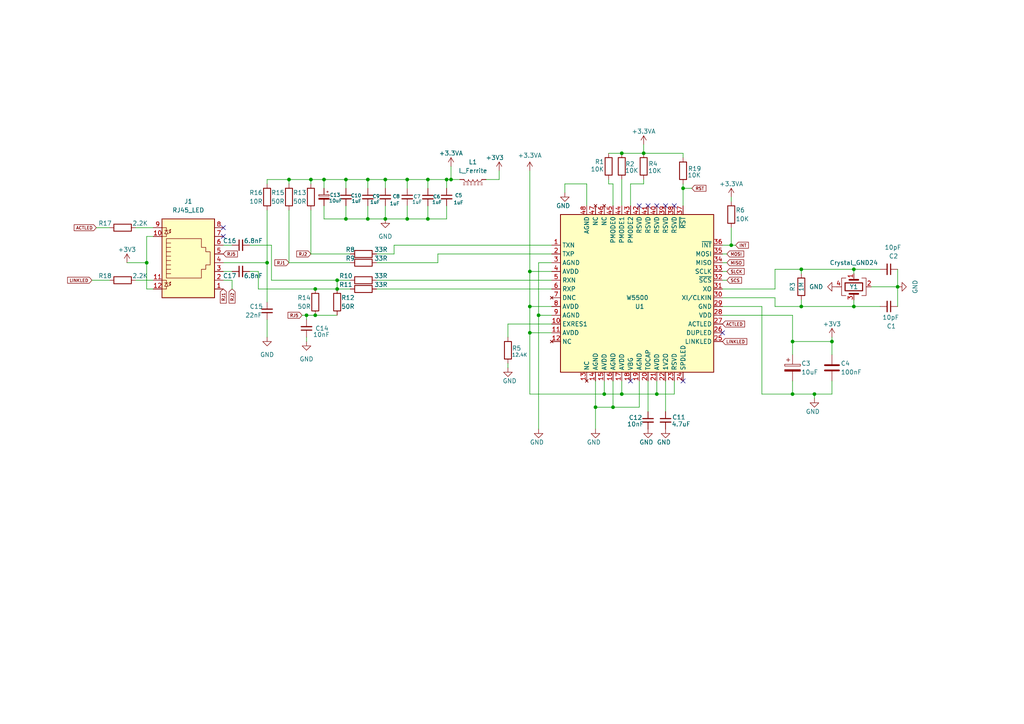
<source format=kicad_sch>
(kicad_sch (version 20230121) (generator eeschema)

  (uuid 992da67a-6f72-4f01-8528-b52191ede620)

  (paper "A4")

  (lib_symbols
    (symbol "Connector:RJ45_LED" (pin_names (offset 1.016)) (in_bom yes) (on_board yes)
      (property "Reference" "J" (at -5.08 13.97 0)
        (effects (font (size 1.27 1.27)) (justify right))
      )
      (property "Value" "RJ45_LED" (at 1.27 13.97 0)
        (effects (font (size 1.27 1.27)) (justify left))
      )
      (property "Footprint" "" (at 0 0.635 90)
        (effects (font (size 1.27 1.27)) hide)
      )
      (property "Datasheet" "~" (at 0 0.635 90)
        (effects (font (size 1.27 1.27)) hide)
      )
      (property "ki_keywords" "8P8C RJ female connector led" (at 0 0 0)
        (effects (font (size 1.27 1.27)) hide)
      )
      (property "ki_description" "RJ connector, 8P8C (8 positions 8 connected), two LEDs" (at 0 0 0)
        (effects (font (size 1.27 1.27)) hide)
      )
      (property "ki_fp_filters" "8P8C* RJ45*" (at 0 0 0)
        (effects (font (size 1.27 1.27)) hide)
      )
      (symbol "RJ45_LED_0_1"
        (polyline
          (pts
            (xy -7.62 -7.62)
            (xy -6.35 -7.62)
          )
          (stroke (width 0) (type default))
          (fill (type none))
        )
        (polyline
          (pts
            (xy -7.62 -5.08)
            (xy -6.35 -5.08)
          )
          (stroke (width 0) (type default))
          (fill (type none))
        )
        (polyline
          (pts
            (xy -7.62 7.62)
            (xy -6.35 7.62)
          )
          (stroke (width 0) (type default))
          (fill (type none))
        )
        (polyline
          (pts
            (xy -7.62 10.16)
            (xy -6.35 10.16)
          )
          (stroke (width 0) (type default))
          (fill (type none))
        )
        (polyline
          (pts
            (xy -6.858 -5.842)
            (xy -5.842 -5.842)
          )
          (stroke (width 0) (type default))
          (fill (type none))
        )
        (polyline
          (pts
            (xy -6.858 9.398)
            (xy -5.842 9.398)
          )
          (stroke (width 0) (type default))
          (fill (type none))
        )
        (polyline
          (pts
            (xy -6.35 -7.62)
            (xy -6.35 -6.858)
          )
          (stroke (width 0) (type default))
          (fill (type none))
        )
        (polyline
          (pts
            (xy -6.35 -5.08)
            (xy -6.35 -5.842)
          )
          (stroke (width 0) (type default))
          (fill (type none))
        )
        (polyline
          (pts
            (xy -6.35 7.62)
            (xy -6.35 8.382)
          )
          (stroke (width 0) (type default))
          (fill (type none))
        )
        (polyline
          (pts
            (xy -6.35 10.16)
            (xy -6.35 9.398)
          )
          (stroke (width 0) (type default))
          (fill (type none))
        )
        (polyline
          (pts
            (xy -5.08 -6.223)
            (xy -5.207 -6.604)
          )
          (stroke (width 0) (type default))
          (fill (type none))
        )
        (polyline
          (pts
            (xy -5.08 -5.588)
            (xy -5.207 -5.969)
          )
          (stroke (width 0) (type default))
          (fill (type none))
        )
        (polyline
          (pts
            (xy -5.08 4.445)
            (xy -6.35 4.445)
          )
          (stroke (width 0) (type default))
          (fill (type none))
        )
        (polyline
          (pts
            (xy -5.08 5.715)
            (xy -6.35 5.715)
          )
          (stroke (width 0) (type default))
          (fill (type none))
        )
        (polyline
          (pts
            (xy -5.08 9.017)
            (xy -5.207 8.636)
          )
          (stroke (width 0) (type default))
          (fill (type none))
        )
        (polyline
          (pts
            (xy -5.08 9.652)
            (xy -5.207 9.271)
          )
          (stroke (width 0) (type default))
          (fill (type none))
        )
        (polyline
          (pts
            (xy -6.35 -3.175)
            (xy -5.08 -3.175)
            (xy -5.08 -3.175)
          )
          (stroke (width 0) (type default))
          (fill (type none))
        )
        (polyline
          (pts
            (xy -6.35 -1.905)
            (xy -5.08 -1.905)
            (xy -5.08 -1.905)
          )
          (stroke (width 0) (type default))
          (fill (type none))
        )
        (polyline
          (pts
            (xy -6.35 -0.635)
            (xy -5.08 -0.635)
            (xy -5.08 -0.635)
          )
          (stroke (width 0) (type default))
          (fill (type none))
        )
        (polyline
          (pts
            (xy -6.35 0.635)
            (xy -5.08 0.635)
            (xy -5.08 0.635)
          )
          (stroke (width 0) (type default))
          (fill (type none))
        )
        (polyline
          (pts
            (xy -6.35 1.905)
            (xy -5.08 1.905)
            (xy -5.08 1.905)
          )
          (stroke (width 0) (type default))
          (fill (type none))
        )
        (polyline
          (pts
            (xy -5.588 -6.731)
            (xy -5.08 -6.223)
            (xy -5.461 -6.35)
          )
          (stroke (width 0) (type default))
          (fill (type none))
        )
        (polyline
          (pts
            (xy -5.588 -6.096)
            (xy -5.08 -5.588)
            (xy -5.461 -5.715)
          )
          (stroke (width 0) (type default))
          (fill (type none))
        )
        (polyline
          (pts
            (xy -5.588 8.509)
            (xy -5.08 9.017)
            (xy -5.461 8.89)
          )
          (stroke (width 0) (type default))
          (fill (type none))
        )
        (polyline
          (pts
            (xy -5.588 9.144)
            (xy -5.08 9.652)
            (xy -5.461 9.525)
          )
          (stroke (width 0) (type default))
          (fill (type none))
        )
        (polyline
          (pts
            (xy -5.08 3.175)
            (xy -6.35 3.175)
            (xy -6.35 3.175)
          )
          (stroke (width 0) (type default))
          (fill (type none))
        )
        (polyline
          (pts
            (xy -6.35 -5.842)
            (xy -6.858 -6.858)
            (xy -5.842 -6.858)
            (xy -6.35 -5.842)
          )
          (stroke (width 0) (type default))
          (fill (type none))
        )
        (polyline
          (pts
            (xy -6.35 9.398)
            (xy -6.858 8.382)
            (xy -5.842 8.382)
            (xy -6.35 9.398)
          )
          (stroke (width 0) (type default))
          (fill (type none))
        )
        (polyline
          (pts
            (xy -6.35 -4.445)
            (xy -6.35 6.985)
            (xy 3.81 6.985)
            (xy 3.81 4.445)
            (xy 5.08 4.445)
            (xy 5.08 3.175)
            (xy 6.35 3.175)
            (xy 6.35 -0.635)
            (xy 5.08 -0.635)
            (xy 5.08 -1.905)
            (xy 3.81 -1.905)
            (xy 3.81 -4.445)
            (xy -6.35 -4.445)
            (xy -6.35 -4.445)
          )
          (stroke (width 0) (type default))
          (fill (type none))
        )
        (rectangle (start 7.62 12.7) (end -7.62 -10.16)
          (stroke (width 0.254) (type default))
          (fill (type background))
        )
      )
      (symbol "RJ45_LED_1_1"
        (pin passive line (at 10.16 -7.62 180) (length 2.54)
          (name "~" (effects (font (size 1.27 1.27))))
          (number "1" (effects (font (size 1.27 1.27))))
        )
        (pin passive line (at -10.16 7.62 0) (length 2.54)
          (name "~" (effects (font (size 1.27 1.27))))
          (number "10" (effects (font (size 1.27 1.27))))
        )
        (pin passive line (at -10.16 -5.08 0) (length 2.54)
          (name "~" (effects (font (size 1.27 1.27))))
          (number "11" (effects (font (size 1.27 1.27))))
        )
        (pin passive line (at -10.16 -7.62 0) (length 2.54)
          (name "~" (effects (font (size 1.27 1.27))))
          (number "12" (effects (font (size 1.27 1.27))))
        )
        (pin passive line (at 10.16 -5.08 180) (length 2.54)
          (name "~" (effects (font (size 1.27 1.27))))
          (number "2" (effects (font (size 1.27 1.27))))
        )
        (pin passive line (at 10.16 -2.54 180) (length 2.54)
          (name "~" (effects (font (size 1.27 1.27))))
          (number "3" (effects (font (size 1.27 1.27))))
        )
        (pin passive line (at 10.16 0 180) (length 2.54)
          (name "~" (effects (font (size 1.27 1.27))))
          (number "4" (effects (font (size 1.27 1.27))))
        )
        (pin passive line (at 10.16 2.54 180) (length 2.54)
          (name "~" (effects (font (size 1.27 1.27))))
          (number "5" (effects (font (size 1.27 1.27))))
        )
        (pin passive line (at 10.16 5.08 180) (length 2.54)
          (name "~" (effects (font (size 1.27 1.27))))
          (number "6" (effects (font (size 1.27 1.27))))
        )
        (pin passive line (at 10.16 7.62 180) (length 2.54)
          (name "~" (effects (font (size 1.27 1.27))))
          (number "7" (effects (font (size 1.27 1.27))))
        )
        (pin passive line (at 10.16 10.16 180) (length 2.54)
          (name "~" (effects (font (size 1.27 1.27))))
          (number "8" (effects (font (size 1.27 1.27))))
        )
        (pin passive line (at -10.16 10.16 0) (length 2.54)
          (name "~" (effects (font (size 1.27 1.27))))
          (number "9" (effects (font (size 1.27 1.27))))
        )
      )
    )
    (symbol "Device:C" (pin_numbers hide) (pin_names (offset 0.254)) (in_bom yes) (on_board yes)
      (property "Reference" "C" (at 0.635 2.54 0)
        (effects (font (size 1.27 1.27)) (justify left))
      )
      (property "Value" "C" (at 0.635 -2.54 0)
        (effects (font (size 1.27 1.27)) (justify left))
      )
      (property "Footprint" "" (at 0.9652 -3.81 0)
        (effects (font (size 1.27 1.27)) hide)
      )
      (property "Datasheet" "~" (at 0 0 0)
        (effects (font (size 1.27 1.27)) hide)
      )
      (property "ki_keywords" "cap capacitor" (at 0 0 0)
        (effects (font (size 1.27 1.27)) hide)
      )
      (property "ki_description" "Unpolarized capacitor" (at 0 0 0)
        (effects (font (size 1.27 1.27)) hide)
      )
      (property "ki_fp_filters" "C_*" (at 0 0 0)
        (effects (font (size 1.27 1.27)) hide)
      )
      (symbol "C_0_1"
        (polyline
          (pts
            (xy -2.032 -0.762)
            (xy 2.032 -0.762)
          )
          (stroke (width 0.508) (type default))
          (fill (type none))
        )
        (polyline
          (pts
            (xy -2.032 0.762)
            (xy 2.032 0.762)
          )
          (stroke (width 0.508) (type default))
          (fill (type none))
        )
      )
      (symbol "C_1_1"
        (pin passive line (at 0 3.81 270) (length 2.794)
          (name "~" (effects (font (size 1.27 1.27))))
          (number "1" (effects (font (size 1.27 1.27))))
        )
        (pin passive line (at 0 -3.81 90) (length 2.794)
          (name "~" (effects (font (size 1.27 1.27))))
          (number "2" (effects (font (size 1.27 1.27))))
        )
      )
    )
    (symbol "Device:C_Polarized" (pin_numbers hide) (pin_names (offset 0.254)) (in_bom yes) (on_board yes)
      (property "Reference" "C" (at 0.635 2.54 0)
        (effects (font (size 1.27 1.27)) (justify left))
      )
      (property "Value" "C_Polarized" (at 0.635 -2.54 0)
        (effects (font (size 1.27 1.27)) (justify left))
      )
      (property "Footprint" "" (at 0.9652 -3.81 0)
        (effects (font (size 1.27 1.27)) hide)
      )
      (property "Datasheet" "~" (at 0 0 0)
        (effects (font (size 1.27 1.27)) hide)
      )
      (property "ki_keywords" "cap capacitor" (at 0 0 0)
        (effects (font (size 1.27 1.27)) hide)
      )
      (property "ki_description" "Polarized capacitor" (at 0 0 0)
        (effects (font (size 1.27 1.27)) hide)
      )
      (property "ki_fp_filters" "CP_*" (at 0 0 0)
        (effects (font (size 1.27 1.27)) hide)
      )
      (symbol "C_Polarized_0_1"
        (rectangle (start -2.286 0.508) (end 2.286 1.016)
          (stroke (width 0) (type default))
          (fill (type none))
        )
        (polyline
          (pts
            (xy -1.778 2.286)
            (xy -0.762 2.286)
          )
          (stroke (width 0) (type default))
          (fill (type none))
        )
        (polyline
          (pts
            (xy -1.27 2.794)
            (xy -1.27 1.778)
          )
          (stroke (width 0) (type default))
          (fill (type none))
        )
        (rectangle (start 2.286 -0.508) (end -2.286 -1.016)
          (stroke (width 0) (type default))
          (fill (type outline))
        )
      )
      (symbol "C_Polarized_1_1"
        (pin passive line (at 0 3.81 270) (length 2.794)
          (name "~" (effects (font (size 1.27 1.27))))
          (number "1" (effects (font (size 1.27 1.27))))
        )
        (pin passive line (at 0 -3.81 90) (length 2.794)
          (name "~" (effects (font (size 1.27 1.27))))
          (number "2" (effects (font (size 1.27 1.27))))
        )
      )
    )
    (symbol "Device:C_Polarized_Small" (pin_numbers hide) (pin_names (offset 0.254) hide) (in_bom yes) (on_board yes)
      (property "Reference" "C" (at 0.254 1.778 0)
        (effects (font (size 1.27 1.27)) (justify left))
      )
      (property "Value" "C_Polarized_Small" (at 0.254 -2.032 0)
        (effects (font (size 1.27 1.27)) (justify left))
      )
      (property "Footprint" "" (at 0 0 0)
        (effects (font (size 1.27 1.27)) hide)
      )
      (property "Datasheet" "~" (at 0 0 0)
        (effects (font (size 1.27 1.27)) hide)
      )
      (property "ki_keywords" "cap capacitor" (at 0 0 0)
        (effects (font (size 1.27 1.27)) hide)
      )
      (property "ki_description" "Polarized capacitor, small symbol" (at 0 0 0)
        (effects (font (size 1.27 1.27)) hide)
      )
      (property "ki_fp_filters" "CP_*" (at 0 0 0)
        (effects (font (size 1.27 1.27)) hide)
      )
      (symbol "C_Polarized_Small_0_1"
        (rectangle (start -1.524 -0.3048) (end 1.524 -0.6858)
          (stroke (width 0) (type default))
          (fill (type outline))
        )
        (rectangle (start -1.524 0.6858) (end 1.524 0.3048)
          (stroke (width 0) (type default))
          (fill (type none))
        )
        (polyline
          (pts
            (xy -1.27 1.524)
            (xy -0.762 1.524)
          )
          (stroke (width 0) (type default))
          (fill (type none))
        )
        (polyline
          (pts
            (xy -1.016 1.27)
            (xy -1.016 1.778)
          )
          (stroke (width 0) (type default))
          (fill (type none))
        )
      )
      (symbol "C_Polarized_Small_1_1"
        (pin passive line (at 0 2.54 270) (length 1.8542)
          (name "~" (effects (font (size 1.27 1.27))))
          (number "1" (effects (font (size 1.27 1.27))))
        )
        (pin passive line (at 0 -2.54 90) (length 1.8542)
          (name "~" (effects (font (size 1.27 1.27))))
          (number "2" (effects (font (size 1.27 1.27))))
        )
      )
    )
    (symbol "Device:C_Small" (pin_numbers hide) (pin_names (offset 0.254) hide) (in_bom yes) (on_board yes)
      (property "Reference" "C" (at 0.254 1.778 0)
        (effects (font (size 1.27 1.27)) (justify left))
      )
      (property "Value" "C_Small" (at 0.254 -2.032 0)
        (effects (font (size 1.27 1.27)) (justify left))
      )
      (property "Footprint" "" (at 0 0 0)
        (effects (font (size 1.27 1.27)) hide)
      )
      (property "Datasheet" "~" (at 0 0 0)
        (effects (font (size 1.27 1.27)) hide)
      )
      (property "ki_keywords" "capacitor cap" (at 0 0 0)
        (effects (font (size 1.27 1.27)) hide)
      )
      (property "ki_description" "Unpolarized capacitor, small symbol" (at 0 0 0)
        (effects (font (size 1.27 1.27)) hide)
      )
      (property "ki_fp_filters" "C_*" (at 0 0 0)
        (effects (font (size 1.27 1.27)) hide)
      )
      (symbol "C_Small_0_1"
        (polyline
          (pts
            (xy -1.524 -0.508)
            (xy 1.524 -0.508)
          )
          (stroke (width 0.3302) (type default))
          (fill (type none))
        )
        (polyline
          (pts
            (xy -1.524 0.508)
            (xy 1.524 0.508)
          )
          (stroke (width 0.3048) (type default))
          (fill (type none))
        )
      )
      (symbol "C_Small_1_1"
        (pin passive line (at 0 2.54 270) (length 2.032)
          (name "~" (effects (font (size 1.27 1.27))))
          (number "1" (effects (font (size 1.27 1.27))))
        )
        (pin passive line (at 0 -2.54 90) (length 2.032)
          (name "~" (effects (font (size 1.27 1.27))))
          (number "2" (effects (font (size 1.27 1.27))))
        )
      )
    )
    (symbol "Device:Crystal_GND24" (pin_names (offset 1.016) hide) (in_bom yes) (on_board yes)
      (property "Reference" "Y" (at 3.175 5.08 0)
        (effects (font (size 1.27 1.27)) (justify left))
      )
      (property "Value" "Crystal_GND24" (at 3.175 3.175 0)
        (effects (font (size 1.27 1.27)) (justify left))
      )
      (property "Footprint" "" (at 0 0 0)
        (effects (font (size 1.27 1.27)) hide)
      )
      (property "Datasheet" "~" (at 0 0 0)
        (effects (font (size 1.27 1.27)) hide)
      )
      (property "ki_keywords" "quartz ceramic resonator oscillator" (at 0 0 0)
        (effects (font (size 1.27 1.27)) hide)
      )
      (property "ki_description" "Four pin crystal, GND on pins 2 and 4" (at 0 0 0)
        (effects (font (size 1.27 1.27)) hide)
      )
      (property "ki_fp_filters" "Crystal*" (at 0 0 0)
        (effects (font (size 1.27 1.27)) hide)
      )
      (symbol "Crystal_GND24_0_1"
        (rectangle (start -1.143 2.54) (end 1.143 -2.54)
          (stroke (width 0.3048) (type default))
          (fill (type none))
        )
        (polyline
          (pts
            (xy -2.54 0)
            (xy -2.032 0)
          )
          (stroke (width 0) (type default))
          (fill (type none))
        )
        (polyline
          (pts
            (xy -2.032 -1.27)
            (xy -2.032 1.27)
          )
          (stroke (width 0.508) (type default))
          (fill (type none))
        )
        (polyline
          (pts
            (xy 0 -3.81)
            (xy 0 -3.556)
          )
          (stroke (width 0) (type default))
          (fill (type none))
        )
        (polyline
          (pts
            (xy 0 3.556)
            (xy 0 3.81)
          )
          (stroke (width 0) (type default))
          (fill (type none))
        )
        (polyline
          (pts
            (xy 2.032 -1.27)
            (xy 2.032 1.27)
          )
          (stroke (width 0.508) (type default))
          (fill (type none))
        )
        (polyline
          (pts
            (xy 2.032 0)
            (xy 2.54 0)
          )
          (stroke (width 0) (type default))
          (fill (type none))
        )
        (polyline
          (pts
            (xy -2.54 -2.286)
            (xy -2.54 -3.556)
            (xy 2.54 -3.556)
            (xy 2.54 -2.286)
          )
          (stroke (width 0) (type default))
          (fill (type none))
        )
        (polyline
          (pts
            (xy -2.54 2.286)
            (xy -2.54 3.556)
            (xy 2.54 3.556)
            (xy 2.54 2.286)
          )
          (stroke (width 0) (type default))
          (fill (type none))
        )
      )
      (symbol "Crystal_GND24_1_1"
        (pin passive line (at -3.81 0 0) (length 1.27)
          (name "1" (effects (font (size 1.27 1.27))))
          (number "1" (effects (font (size 1.27 1.27))))
        )
        (pin passive line (at 0 5.08 270) (length 1.27)
          (name "2" (effects (font (size 1.27 1.27))))
          (number "2" (effects (font (size 1.27 1.27))))
        )
        (pin passive line (at 3.81 0 180) (length 1.27)
          (name "3" (effects (font (size 1.27 1.27))))
          (number "3" (effects (font (size 1.27 1.27))))
        )
        (pin passive line (at 0 -5.08 90) (length 1.27)
          (name "4" (effects (font (size 1.27 1.27))))
          (number "4" (effects (font (size 1.27 1.27))))
        )
      )
    )
    (symbol "Device:L_Ferrite" (pin_numbers hide) (pin_names (offset 1.016) hide) (in_bom yes) (on_board yes)
      (property "Reference" "L" (at -1.27 0 90)
        (effects (font (size 1.27 1.27)))
      )
      (property "Value" "L_Ferrite" (at 2.794 0 90)
        (effects (font (size 1.27 1.27)))
      )
      (property "Footprint" "" (at 0 0 0)
        (effects (font (size 1.27 1.27)) hide)
      )
      (property "Datasheet" "~" (at 0 0 0)
        (effects (font (size 1.27 1.27)) hide)
      )
      (property "ki_keywords" "inductor choke coil reactor magnetic" (at 0 0 0)
        (effects (font (size 1.27 1.27)) hide)
      )
      (property "ki_description" "Inductor with ferrite core" (at 0 0 0)
        (effects (font (size 1.27 1.27)) hide)
      )
      (property "ki_fp_filters" "Choke_* *Coil* Inductor_* L_*" (at 0 0 0)
        (effects (font (size 1.27 1.27)) hide)
      )
      (symbol "L_Ferrite_0_1"
        (arc (start 0 -2.54) (mid 0.6323 -1.905) (end 0 -1.27)
          (stroke (width 0) (type default))
          (fill (type none))
        )
        (arc (start 0 -1.27) (mid 0.6323 -0.635) (end 0 0)
          (stroke (width 0) (type default))
          (fill (type none))
        )
        (polyline
          (pts
            (xy 1.016 -2.794)
            (xy 1.016 -2.286)
          )
          (stroke (width 0) (type default))
          (fill (type none))
        )
        (polyline
          (pts
            (xy 1.016 -1.778)
            (xy 1.016 -1.27)
          )
          (stroke (width 0) (type default))
          (fill (type none))
        )
        (polyline
          (pts
            (xy 1.016 -0.762)
            (xy 1.016 -0.254)
          )
          (stroke (width 0) (type default))
          (fill (type none))
        )
        (polyline
          (pts
            (xy 1.016 0.254)
            (xy 1.016 0.762)
          )
          (stroke (width 0) (type default))
          (fill (type none))
        )
        (polyline
          (pts
            (xy 1.016 1.27)
            (xy 1.016 1.778)
          )
          (stroke (width 0) (type default))
          (fill (type none))
        )
        (polyline
          (pts
            (xy 1.016 2.286)
            (xy 1.016 2.794)
          )
          (stroke (width 0) (type default))
          (fill (type none))
        )
        (polyline
          (pts
            (xy 1.524 -2.286)
            (xy 1.524 -2.794)
          )
          (stroke (width 0) (type default))
          (fill (type none))
        )
        (polyline
          (pts
            (xy 1.524 -1.27)
            (xy 1.524 -1.778)
          )
          (stroke (width 0) (type default))
          (fill (type none))
        )
        (polyline
          (pts
            (xy 1.524 -0.254)
            (xy 1.524 -0.762)
          )
          (stroke (width 0) (type default))
          (fill (type none))
        )
        (polyline
          (pts
            (xy 1.524 0.762)
            (xy 1.524 0.254)
          )
          (stroke (width 0) (type default))
          (fill (type none))
        )
        (polyline
          (pts
            (xy 1.524 1.778)
            (xy 1.524 1.27)
          )
          (stroke (width 0) (type default))
          (fill (type none))
        )
        (polyline
          (pts
            (xy 1.524 2.794)
            (xy 1.524 2.286)
          )
          (stroke (width 0) (type default))
          (fill (type none))
        )
        (arc (start 0 0) (mid 0.6323 0.635) (end 0 1.27)
          (stroke (width 0) (type default))
          (fill (type none))
        )
        (arc (start 0 1.27) (mid 0.6323 1.905) (end 0 2.54)
          (stroke (width 0) (type default))
          (fill (type none))
        )
      )
      (symbol "L_Ferrite_1_1"
        (pin passive line (at 0 3.81 270) (length 1.27)
          (name "1" (effects (font (size 1.27 1.27))))
          (number "1" (effects (font (size 1.27 1.27))))
        )
        (pin passive line (at 0 -3.81 90) (length 1.27)
          (name "2" (effects (font (size 1.27 1.27))))
          (number "2" (effects (font (size 1.27 1.27))))
        )
      )
    )
    (symbol "Device:R" (pin_numbers hide) (pin_names (offset 0)) (in_bom yes) (on_board yes)
      (property "Reference" "R" (at 2.032 0 90)
        (effects (font (size 1.27 1.27)))
      )
      (property "Value" "R" (at 0 0 90)
        (effects (font (size 1.27 1.27)))
      )
      (property "Footprint" "" (at -1.778 0 90)
        (effects (font (size 1.27 1.27)) hide)
      )
      (property "Datasheet" "~" (at 0 0 0)
        (effects (font (size 1.27 1.27)) hide)
      )
      (property "ki_keywords" "R res resistor" (at 0 0 0)
        (effects (font (size 1.27 1.27)) hide)
      )
      (property "ki_description" "Resistor" (at 0 0 0)
        (effects (font (size 1.27 1.27)) hide)
      )
      (property "ki_fp_filters" "R_*" (at 0 0 0)
        (effects (font (size 1.27 1.27)) hide)
      )
      (symbol "R_0_1"
        (rectangle (start -1.016 -2.54) (end 1.016 2.54)
          (stroke (width 0.254) (type default))
          (fill (type none))
        )
      )
      (symbol "R_1_1"
        (pin passive line (at 0 3.81 270) (length 1.27)
          (name "~" (effects (font (size 1.27 1.27))))
          (number "1" (effects (font (size 1.27 1.27))))
        )
        (pin passive line (at 0 -3.81 90) (length 1.27)
          (name "~" (effects (font (size 1.27 1.27))))
          (number "2" (effects (font (size 1.27 1.27))))
        )
      )
    )
    (symbol "W5500_1" (in_bom yes) (on_board yes)
      (property "Reference" "U1" (at -5.08 3.81 0)
        (effects (font (size 1.27 1.27)) (justify left))
      )
      (property "Value" "W5500" (at -7.62 6.35 0)
        (effects (font (size 1.27 1.27)) (justify left))
      )
      (property "Footprint" "Package_QFP:LQFP-48_7x7mm_P0.5mm" (at -2.54 54.61 0)
        (effects (font (size 1.27 1.27)) hide)
      )
      (property "Datasheet" "http://wizwiki.net/wiki/lib/exe/fetch.php/products:w5500:w5500_ds_v109e.pdf" (at -1.27 62.23 0)
        (effects (font (size 1.27 1.27)) hide)
      )
      (property "ki_keywords" "WIZnet Ethernet controller" (at 0 0 0)
        (effects (font (size 1.27 1.27)) hide)
      )
      (property "ki_description" "10/100Mb SPI Ethernet controller with TCP/IP stack, LQFP-48" (at 0 0 0)
        (effects (font (size 1.27 1.27)) hide)
      )
      (property "ki_fp_filters" "LQFP*7x7mm*P0.5mm*" (at 0 0 0)
        (effects (font (size 1.27 1.27)) hide)
      )
      (symbol "W5500_1_0_1"
        (rectangle (start -26.67 30.48) (end 17.78 -15.24)
          (stroke (width 0.254) (type default))
          (fill (type background))
        )
      )
      (symbol "W5500_1_1_1"
        (pin output line (at -29.21 21.59 0) (length 2.54)
          (name "TXN" (effects (font (size 1.27 1.27))))
          (number "1" (effects (font (size 1.27 1.27))))
        )
        (pin passive line (at -29.21 -1.27 0) (length 2.54)
          (name "EXRES1" (effects (font (size 1.27 1.27))))
          (number "10" (effects (font (size 1.27 1.27))))
        )
        (pin passive line (at -29.21 -3.81 0) (length 2.54)
          (name "AVDD" (effects (font (size 1.27 1.27))))
          (number "11" (effects (font (size 1.27 1.27))))
        )
        (pin no_connect line (at -29.21 -6.35 0) (length 2.54)
          (name "NC" (effects (font (size 1.27 1.27))))
          (number "12" (effects (font (size 1.27 1.27))))
        )
        (pin no_connect line (at -19.05 -17.78 90) (length 2.54)
          (name "NC" (effects (font (size 1.27 1.27))))
          (number "13" (effects (font (size 1.27 1.27))))
        )
        (pin passive line (at -16.51 -17.78 90) (length 2.54)
          (name "AGND" (effects (font (size 1.27 1.27))))
          (number "14" (effects (font (size 1.27 1.27))))
        )
        (pin passive line (at -13.97 -17.78 90) (length 2.54)
          (name "AVDD" (effects (font (size 1.27 1.27))))
          (number "15" (effects (font (size 1.27 1.27))))
        )
        (pin passive line (at -11.43 -17.78 90) (length 2.54)
          (name "AGND" (effects (font (size 1.27 1.27))))
          (number "16" (effects (font (size 1.27 1.27))))
        )
        (pin passive line (at -8.89 -17.78 90) (length 2.54)
          (name "AVDD" (effects (font (size 1.27 1.27))))
          (number "17" (effects (font (size 1.27 1.27))))
        )
        (pin passive line (at -6.35 -17.78 90) (length 2.54)
          (name "VBG" (effects (font (size 1.27 1.27))))
          (number "18" (effects (font (size 1.27 1.27))))
        )
        (pin passive line (at -3.81 -17.78 90) (length 2.54)
          (name "AGND" (effects (font (size 1.27 1.27))))
          (number "19" (effects (font (size 1.27 1.27))))
        )
        (pin output line (at -29.21 19.05 0) (length 2.54)
          (name "TXP" (effects (font (size 1.27 1.27))))
          (number "2" (effects (font (size 1.27 1.27))))
        )
        (pin passive line (at -1.27 -17.78 90) (length 2.54)
          (name "TOCAP" (effects (font (size 1.27 1.27))))
          (number "20" (effects (font (size 1.27 1.27))))
        )
        (pin passive line (at 1.27 -17.78 90) (length 2.54)
          (name "AVDD" (effects (font (size 1.27 1.27))))
          (number "21" (effects (font (size 1.27 1.27))))
        )
        (pin output line (at 3.81 -17.78 90) (length 2.54)
          (name "1V2O" (effects (font (size 1.27 1.27))))
          (number "22" (effects (font (size 1.27 1.27))))
        )
        (pin input line (at 6.35 -17.78 90) (length 2.54)
          (name "RSVD" (effects (font (size 1.27 1.27))))
          (number "23" (effects (font (size 1.27 1.27))))
        )
        (pin output line (at 8.89 -17.78 90) (length 2.54)
          (name "SPDLED" (effects (font (size 1.27 1.27))))
          (number "24" (effects (font (size 1.27 1.27))))
        )
        (pin output line (at 20.32 -6.35 180) (length 2.54)
          (name "LINKLED" (effects (font (size 1.27 1.27))))
          (number "25" (effects (font (size 1.27 1.27))))
        )
        (pin output line (at 20.32 -3.81 180) (length 2.54)
          (name "DUPLED" (effects (font (size 1.27 1.27))))
          (number "26" (effects (font (size 1.27 1.27))))
        )
        (pin output line (at 20.32 -1.27 180) (length 2.54)
          (name "ACTLED" (effects (font (size 1.27 1.27))))
          (number "27" (effects (font (size 1.27 1.27))))
        )
        (pin power_in line (at 20.32 1.27 180) (length 2.54)
          (name "VDD" (effects (font (size 1.27 1.27))))
          (number "28" (effects (font (size 1.27 1.27))))
        )
        (pin power_in line (at 20.32 3.81 180) (length 2.54)
          (name "GND" (effects (font (size 1.27 1.27))))
          (number "29" (effects (font (size 1.27 1.27))))
        )
        (pin power_in line (at -29.21 16.51 0) (length 2.54)
          (name "AGND" (effects (font (size 1.27 1.27))))
          (number "3" (effects (font (size 1.27 1.27))))
        )
        (pin input line (at 20.32 6.35 180) (length 2.54)
          (name "XI/CLKIN" (effects (font (size 1.27 1.27))))
          (number "30" (effects (font (size 1.27 1.27))))
        )
        (pin output line (at 20.32 8.89 180) (length 2.54)
          (name "XO" (effects (font (size 1.27 1.27))))
          (number "31" (effects (font (size 1.27 1.27))))
        )
        (pin input line (at 20.32 11.43 180) (length 2.54)
          (name "~{SCS}" (effects (font (size 1.27 1.27))))
          (number "32" (effects (font (size 1.27 1.27))))
        )
        (pin input line (at 20.32 13.97 180) (length 2.54)
          (name "SCLK" (effects (font (size 1.27 1.27))))
          (number "33" (effects (font (size 1.27 1.27))))
        )
        (pin output line (at 20.32 16.51 180) (length 2.54)
          (name "MISO" (effects (font (size 1.27 1.27))))
          (number "34" (effects (font (size 1.27 1.27))))
        )
        (pin input line (at 20.32 19.05 180) (length 2.54)
          (name "MOSI" (effects (font (size 1.27 1.27))))
          (number "35" (effects (font (size 1.27 1.27))))
        )
        (pin input line (at 20.32 21.59 180) (length 2.54)
          (name "~{INT}" (effects (font (size 1.27 1.27))))
          (number "36" (effects (font (size 1.27 1.27))))
        )
        (pin input line (at 8.89 33.02 270) (length 2.54)
          (name "~{RST}" (effects (font (size 1.27 1.27))))
          (number "37" (effects (font (size 1.27 1.27))))
        )
        (pin input line (at 6.35 33.02 270) (length 2.54)
          (name "RSVD" (effects (font (size 1.27 1.27))))
          (number "38" (effects (font (size 1.27 1.27))))
        )
        (pin input line (at 3.81 33.02 270) (length 2.54)
          (name "RSVD" (effects (font (size 1.27 1.27))))
          (number "39" (effects (font (size 1.27 1.27))))
        )
        (pin power_in line (at -29.21 13.97 0) (length 2.54)
          (name "AVDD" (effects (font (size 1.27 1.27))))
          (number "4" (effects (font (size 1.27 1.27))))
        )
        (pin input line (at 1.27 33.02 270) (length 2.54)
          (name "RSVD" (effects (font (size 1.27 1.27))))
          (number "40" (effects (font (size 1.27 1.27))))
        )
        (pin input line (at -1.27 33.02 270) (length 2.54)
          (name "RSVD" (effects (font (size 1.27 1.27))))
          (number "41" (effects (font (size 1.27 1.27))))
        )
        (pin input line (at -3.81 33.02 270) (length 2.54)
          (name "RSVD" (effects (font (size 1.27 1.27))))
          (number "42" (effects (font (size 1.27 1.27))))
        )
        (pin input line (at -6.35 33.02 270) (length 2.54)
          (name "PMODE2" (effects (font (size 1.27 1.27))))
          (number "43" (effects (font (size 1.27 1.27))))
        )
        (pin input line (at -8.89 33.02 270) (length 2.54)
          (name "PMODE1" (effects (font (size 1.27 1.27))))
          (number "44" (effects (font (size 1.27 1.27))))
        )
        (pin input line (at -11.43 33.02 270) (length 2.54)
          (name "PMODE0" (effects (font (size 1.27 1.27))))
          (number "45" (effects (font (size 1.27 1.27))))
        )
        (pin no_connect line (at -13.97 33.02 270) (length 2.54)
          (name "NC" (effects (font (size 1.27 1.27))))
          (number "46" (effects (font (size 1.27 1.27))))
        )
        (pin no_connect line (at -16.51 33.02 270) (length 2.54)
          (name "NC" (effects (font (size 1.27 1.27))))
          (number "47" (effects (font (size 1.27 1.27))))
        )
        (pin passive line (at -19.05 33.02 270) (length 2.54)
          (name "AGND" (effects (font (size 1.27 1.27))))
          (number "48" (effects (font (size 1.27 1.27))))
        )
        (pin input line (at -29.21 11.43 0) (length 2.54)
          (name "RXN" (effects (font (size 1.27 1.27))))
          (number "5" (effects (font (size 1.27 1.27))))
        )
        (pin input line (at -29.21 8.89 0) (length 2.54)
          (name "RXP" (effects (font (size 1.27 1.27))))
          (number "6" (effects (font (size 1.27 1.27))))
        )
        (pin no_connect line (at -29.21 6.35 0) (length 2.54)
          (name "DNC" (effects (font (size 1.27 1.27))))
          (number "7" (effects (font (size 1.27 1.27))))
        )
        (pin passive line (at -29.21 3.81 0) (length 2.54)
          (name "AVDD" (effects (font (size 1.27 1.27))))
          (number "8" (effects (font (size 1.27 1.27))))
        )
        (pin passive line (at -29.21 1.27 0) (length 2.54)
          (name "AGND" (effects (font (size 1.27 1.27))))
          (number "9" (effects (font (size 1.27 1.27))))
        )
      )
    )
    (symbol "power:+3.3VA" (power) (pin_names (offset 0)) (in_bom yes) (on_board yes)
      (property "Reference" "#PWR" (at 0 -3.81 0)
        (effects (font (size 1.27 1.27)) hide)
      )
      (property "Value" "+3.3VA" (at 0 3.556 0)
        (effects (font (size 1.27 1.27)))
      )
      (property "Footprint" "" (at 0 0 0)
        (effects (font (size 1.27 1.27)) hide)
      )
      (property "Datasheet" "" (at 0 0 0)
        (effects (font (size 1.27 1.27)) hide)
      )
      (property "ki_keywords" "power-flag" (at 0 0 0)
        (effects (font (size 1.27 1.27)) hide)
      )
      (property "ki_description" "Power symbol creates a global label with name \"+3.3VA\"" (at 0 0 0)
        (effects (font (size 1.27 1.27)) hide)
      )
      (symbol "+3.3VA_0_1"
        (polyline
          (pts
            (xy -0.762 1.27)
            (xy 0 2.54)
          )
          (stroke (width 0) (type default))
          (fill (type none))
        )
        (polyline
          (pts
            (xy 0 0)
            (xy 0 2.54)
          )
          (stroke (width 0) (type default))
          (fill (type none))
        )
        (polyline
          (pts
            (xy 0 2.54)
            (xy 0.762 1.27)
          )
          (stroke (width 0) (type default))
          (fill (type none))
        )
      )
      (symbol "+3.3VA_1_1"
        (pin power_in line (at 0 0 90) (length 0) hide
          (name "+3.3VA" (effects (font (size 1.27 1.27))))
          (number "1" (effects (font (size 1.27 1.27))))
        )
      )
    )
    (symbol "power:+3V3" (power) (pin_names (offset 0)) (in_bom yes) (on_board yes)
      (property "Reference" "#PWR" (at 0 -3.81 0)
        (effects (font (size 1.27 1.27)) hide)
      )
      (property "Value" "+3V3" (at 0 3.556 0)
        (effects (font (size 1.27 1.27)))
      )
      (property "Footprint" "" (at 0 0 0)
        (effects (font (size 1.27 1.27)) hide)
      )
      (property "Datasheet" "" (at 0 0 0)
        (effects (font (size 1.27 1.27)) hide)
      )
      (property "ki_keywords" "power-flag" (at 0 0 0)
        (effects (font (size 1.27 1.27)) hide)
      )
      (property "ki_description" "Power symbol creates a global label with name \"+3V3\"" (at 0 0 0)
        (effects (font (size 1.27 1.27)) hide)
      )
      (symbol "+3V3_0_1"
        (polyline
          (pts
            (xy -0.762 1.27)
            (xy 0 2.54)
          )
          (stroke (width 0) (type default))
          (fill (type none))
        )
        (polyline
          (pts
            (xy 0 0)
            (xy 0 2.54)
          )
          (stroke (width 0) (type default))
          (fill (type none))
        )
        (polyline
          (pts
            (xy 0 2.54)
            (xy 0.762 1.27)
          )
          (stroke (width 0) (type default))
          (fill (type none))
        )
      )
      (symbol "+3V3_1_1"
        (pin power_in line (at 0 0 90) (length 0) hide
          (name "+3V3" (effects (font (size 1.27 1.27))))
          (number "1" (effects (font (size 1.27 1.27))))
        )
      )
    )
    (symbol "power:GND" (power) (pin_names (offset 0)) (in_bom yes) (on_board yes)
      (property "Reference" "#PWR" (at 0 -6.35 0)
        (effects (font (size 1.27 1.27)) hide)
      )
      (property "Value" "GND" (at 0 -3.81 0)
        (effects (font (size 1.27 1.27)))
      )
      (property "Footprint" "" (at 0 0 0)
        (effects (font (size 1.27 1.27)) hide)
      )
      (property "Datasheet" "" (at 0 0 0)
        (effects (font (size 1.27 1.27)) hide)
      )
      (property "ki_keywords" "power-flag" (at 0 0 0)
        (effects (font (size 1.27 1.27)) hide)
      )
      (property "ki_description" "Power symbol creates a global label with name \"GND\" , ground" (at 0 0 0)
        (effects (font (size 1.27 1.27)) hide)
      )
      (symbol "GND_0_1"
        (polyline
          (pts
            (xy 0 0)
            (xy 0 -1.27)
            (xy 1.27 -1.27)
            (xy 0 -2.54)
            (xy -1.27 -1.27)
            (xy 0 -1.27)
          )
          (stroke (width 0) (type default))
          (fill (type none))
        )
      )
      (symbol "GND_1_1"
        (pin power_in line (at 0 0 270) (length 0) hide
          (name "GND" (effects (font (size 1.27 1.27))))
          (number "1" (effects (font (size 1.27 1.27))))
        )
      )
    )
  )

  (junction (at 111.76 52.07) (diameter 0) (color 0 0 0 0)
    (uuid 095b694c-8456-4506-a172-f60a8cc63400)
  )
  (junction (at 156.21 91.44) (diameter 0) (color 0 0 0 0)
    (uuid 0cdbfd55-dd8d-4f8f-8329-3211db1236be)
  )
  (junction (at 91.44 91.44) (diameter 0) (color 0 0 0 0)
    (uuid 0f0530b1-defe-4915-9504-3603e03b1d3f)
  )
  (junction (at 88.9 91.44) (diameter 0) (color 0 0 0 0)
    (uuid 12cca898-bb84-4eae-ad8c-704536e7bcfc)
  )
  (junction (at 212.09 71.12) (diameter 0) (color 0 0 0 0)
    (uuid 164442d4-308a-4217-b6bb-d8167f320ec2)
  )
  (junction (at 247.65 78.105) (diameter 0) (color 0 0 0 0)
    (uuid 1743c051-ca80-4ddc-a449-c3bf589e8d42)
  )
  (junction (at 124.0994 63.5) (diameter 0) (color 0 0 0 0)
    (uuid 18f2f393-a0fb-4bcf-a779-17e7eff9e389)
  )
  (junction (at 106.68 63.5) (diameter 0) (color 0 0 0 0)
    (uuid 1e58a9ca-4609-4e47-869e-37b03378a907)
  )
  (junction (at 100.33 63.5) (diameter 0) (color 0 0 0 0)
    (uuid 211e0574-8143-4b18-8a66-ec3e43ae8ac6)
  )
  (junction (at 93.98 52.07) (diameter 0) (color 0 0 0 0)
    (uuid 24fe28c4-8307-4250-889c-0f6dff9a600f)
  )
  (junction (at 77.47 76.2) (diameter 0) (color 0 0 0 0)
    (uuid 2530d1bf-8832-45f3-b7a8-ba909d1dc881)
  )
  (junction (at 232.41 78.105) (diameter 0) (color 0 0 0 0)
    (uuid 2f7c25b7-f3d7-4d0d-bccf-0dd0b4393ba8)
  )
  (junction (at 153.67 78.74) (diameter 0) (color 0 0 0 0)
    (uuid 3074fef0-e5d1-4e40-b54f-41161ba1faeb)
  )
  (junction (at 232.41 88.9) (diameter 0) (color 0 0 0 0)
    (uuid 34ff5141-3899-4651-9573-3d154c033aae)
  )
  (junction (at 106.68 52.07) (diameter 0) (color 0 0 0 0)
    (uuid 37e37a38-108c-4d95-8a01-35aea9533d1b)
  )
  (junction (at 90.17 52.07) (diameter 0) (color 0 0 0 0)
    (uuid 3f64486f-557b-45ef-9a8e-308b623980e8)
  )
  (junction (at 100.33 52.07) (diameter 0) (color 0 0 0 0)
    (uuid 3ff54f5f-89b6-4057-9edb-8266a4bebb62)
  )
  (junction (at 129.54 52.07) (diameter 0) (color 0 0 0 0)
    (uuid 44e9d456-e4a5-42d7-8174-f05acf61422f)
  )
  (junction (at 130.81 52.07) (diameter 0) (color 0 0 0 0)
    (uuid 4aa4ad7d-fbd9-4829-9feb-8c4576c17f17)
  )
  (junction (at 118.11 63.5) (diameter 0) (color 0 0 0 0)
    (uuid 51c38e33-e80b-429b-896a-a8c545f66560)
  )
  (junction (at 229.87 114.3) (diameter 0) (color 0 0 0 0)
    (uuid 5832d2e6-ebdc-475c-995f-f3036add6602)
  )
  (junction (at 177.8 118.11) (diameter 0) (color 0 0 0 0)
    (uuid 61be47b5-e4a8-4b0e-8ccd-ffde6a7ef3c4)
  )
  (junction (at 236.22 114.3) (diameter 0) (color 0 0 0 0)
    (uuid 716a7995-ad6c-4bc9-aa10-5b77cea62404)
  )
  (junction (at 124.0994 52.07) (diameter 0) (color 0 0 0 0)
    (uuid 8119320c-8c3b-4f78-80a7-401964dd7f32)
  )
  (junction (at 172.72 118.11) (diameter 0) (color 0 0 0 0)
    (uuid 84adb742-d275-4c35-b297-7522ef355000)
  )
  (junction (at 180.34 44.45) (diameter 0) (color 0 0 0 0)
    (uuid a1a1adfe-2ed6-4b09-9da0-37218aa90c7d)
  )
  (junction (at 153.67 96.52) (diameter 0) (color 0 0 0 0)
    (uuid ae3df7cf-48f8-42e3-9ad5-fbb15a1e9988)
  )
  (junction (at 198.12 54.61) (diameter 0) (color 0 0 0 0)
    (uuid b47cdb43-c927-4814-adda-672a20822f64)
  )
  (junction (at 111.76 63.5) (diameter 0) (color 0 0 0 0)
    (uuid b53c827f-a249-4a69-bed0-921e99d25b01)
  )
  (junction (at 180.34 114.3) (diameter 0) (color 0 0 0 0)
    (uuid b67d9bc2-ace9-4874-b3e1-1fd8c243c1c7)
  )
  (junction (at 118.11 52.07) (diameter 0) (color 0 0 0 0)
    (uuid b7693b36-7ed5-400b-99fa-b303bbcfa0ad)
  )
  (junction (at 186.69 44.45) (diameter 0) (color 0 0 0 0)
    (uuid c54510f9-23b7-4409-905a-addcac1622d8)
  )
  (junction (at 83.82 52.07) (diameter 0) (color 0 0 0 0)
    (uuid ca377d91-d1fd-4af8-b81d-f511e43935b3)
  )
  (junction (at 42.545 76.2) (diameter 0) (color 0 0 0 0)
    (uuid ccfff71d-beb5-426a-b62b-0fba08ab340f)
  )
  (junction (at 153.67 88.9) (diameter 0) (color 0 0 0 0)
    (uuid e09d140e-e259-410e-bcd6-d64b919ab895)
  )
  (junction (at 190.5 114.3) (diameter 0) (color 0 0 0 0)
    (uuid e91c5e13-4695-447d-ba3f-02003e014589)
  )
  (junction (at 97.79 83.82) (diameter 0) (color 0 0 0 0)
    (uuid eb8d9444-4b0b-41fb-b85d-6bf77e379362)
  )
  (junction (at 175.26 114.3) (diameter 0) (color 0 0 0 0)
    (uuid f14d9fe1-51bd-4c6c-afb6-00df427d3534)
  )
  (junction (at 247.65 88.9) (diameter 0) (color 0 0 0 0)
    (uuid f5576ecb-c05e-467c-8636-8c296053b06e)
  )
  (junction (at 229.87 99.06) (diameter 0) (color 0 0 0 0)
    (uuid f5c60e07-00fa-46f9-90e0-3d3dcb798d6f)
  )
  (junction (at 241.3 99.06) (diameter 0) (color 0 0 0 0)
    (uuid f9f289a3-92b5-4a1a-814c-80c76f866e43)
  )
  (junction (at 91.44 83.82) (diameter 0) (color 0 0 0 0)
    (uuid fc5a2cf5-46d1-4a60-bd28-bf329faa362a)
  )
  (junction (at 97.79 81.28) (diameter 0) (color 0 0 0 0)
    (uuid fe164868-e012-4adc-8be2-10518adbe464)
  )
  (junction (at 260.35 83.185) (diameter 0) (color 0 0 0 0)
    (uuid ff6a349a-e802-41d7-a8c5-75a043138ee7)
  )

  (no_connect (at 185.42 59.69) (uuid 1cd50e3a-5744-4c62-9c67-6d1bf6456590))
  (no_connect (at 64.77 66.04) (uuid 1e0d424a-da5f-476e-ae84-54351d7a6980))
  (no_connect (at 198.12 110.49) (uuid 5df8311c-046e-4918-9e38-ec85d98d1166))
  (no_connect (at 195.58 59.69) (uuid 6f32defb-e590-40d9-a76a-eedce9287bdd))
  (no_connect (at 182.88 110.49) (uuid 70b36ec2-14a1-4d5c-84a4-209184913725))
  (no_connect (at 187.96 59.69) (uuid 779e2bbb-fad6-4381-840d-7f3806ab7766))
  (no_connect (at 193.04 59.69) (uuid abd2556b-d730-4b86-b638-a81ca44df32d))
  (no_connect (at 190.5 59.69) (uuid ada3b40d-d3a9-4790-a422-03b46fc77bc0))
  (no_connect (at 209.55 96.52) (uuid c84ff9fc-46c4-47b9-a7f9-c8146a76ce06))
  (no_connect (at 64.77 68.58) (uuid ff5d83e4-6476-45de-98d8-6bbced147229))

  (wire (pts (xy 229.87 91.44) (xy 229.87 99.06))
    (stroke (width 0) (type default))
    (uuid 0186e45f-abf2-4aff-9544-50e97d79d248)
  )
  (wire (pts (xy 90.17 60.96) (xy 90.17 73.66))
    (stroke (width 0) (type default))
    (uuid 04c8ba4c-8499-4771-823c-e42a342b54d5)
  )
  (wire (pts (xy 212.09 66.04) (xy 212.09 71.12))
    (stroke (width 0) (type default))
    (uuid 0760cb63-cf50-4892-9a6e-e0f478a727b1)
  )
  (wire (pts (xy 111.76 59.69) (xy 111.76 63.5))
    (stroke (width 0) (type default))
    (uuid 07ea78e5-b3b5-4ebb-a1e0-1980ddf7a87f)
  )
  (wire (pts (xy 118.11 63.5) (xy 124.0994 63.5))
    (stroke (width 0) (type default))
    (uuid 07feeb66-730e-4920-b3b8-6f494879cc87)
  )
  (wire (pts (xy 153.67 88.9) (xy 160.02 88.9))
    (stroke (width 0) (type default))
    (uuid 08b2b057-5b0c-42db-b9d6-2e87461aa32d)
  )
  (wire (pts (xy 241.3 99.06) (xy 229.87 99.06))
    (stroke (width 0) (type default))
    (uuid 08e2302d-c770-4c40-bb02-f7a8ba13e3ec)
  )
  (wire (pts (xy 114.3 73.66) (xy 109.22 73.66))
    (stroke (width 0) (type default))
    (uuid 09bb02b1-2748-46d5-b06b-f04c368fcc6a)
  )
  (wire (pts (xy 198.12 54.61) (xy 198.12 59.69))
    (stroke (width 0) (type default))
    (uuid 0a6c48c3-825e-4987-bd3d-7cfe200ee86a)
  )
  (wire (pts (xy 42.545 76.2) (xy 42.545 83.82))
    (stroke (width 0) (type default))
    (uuid 0ac16e02-9ff2-47d6-a504-81cc527d59ff)
  )
  (wire (pts (xy 129.54 52.07) (xy 129.54 54.61))
    (stroke (width 0) (type default))
    (uuid 0c28501b-e9c0-4a84-a867-3c82de39d23d)
  )
  (wire (pts (xy 176.53 52.07) (xy 176.53 53.34))
    (stroke (width 0) (type default))
    (uuid 0c28d04f-197f-4799-9441-5850db2356a7)
  )
  (wire (pts (xy 241.3 97.79) (xy 241.3 99.06))
    (stroke (width 0) (type default))
    (uuid 0c2cdaca-4608-43af-823a-d7982b682e8c)
  )
  (wire (pts (xy 185.42 118.11) (xy 177.8 118.11))
    (stroke (width 0) (type default))
    (uuid 0e7c1f1a-b4b7-4c0b-ab0b-9d9c6605d4d1)
  )
  (wire (pts (xy 97.79 81.28) (xy 78.74 81.28))
    (stroke (width 0) (type default))
    (uuid 0f05c878-2391-49f8-801e-5985d91c44d1)
  )
  (wire (pts (xy 229.87 114.3) (xy 236.22 114.3))
    (stroke (width 0) (type default))
    (uuid 103f5ae2-c7c6-4126-96e2-8be636a7c684)
  )
  (wire (pts (xy 106.68 52.07) (xy 106.68 54.61))
    (stroke (width 0) (type default))
    (uuid 12527daf-fbe5-4f96-80d6-8a891e83deb0)
  )
  (wire (pts (xy 229.87 114.3) (xy 229.87 110.49))
    (stroke (width 0) (type default))
    (uuid 12783963-4154-4a63-98ff-7cd89d70bcad)
  )
  (wire (pts (xy 182.88 53.34) (xy 182.88 59.69))
    (stroke (width 0) (type default))
    (uuid 142739a7-6fe4-4822-aaba-c69fd3c7e006)
  )
  (wire (pts (xy 220.98 114.3) (xy 229.87 114.3))
    (stroke (width 0) (type default))
    (uuid 14fb8800-4aec-481f-b584-4072e5d174ca)
  )
  (wire (pts (xy 153.67 78.74) (xy 160.02 78.74))
    (stroke (width 0) (type default))
    (uuid 153bf57d-6899-47d3-a327-255c32609a89)
  )
  (wire (pts (xy 90.17 73.66) (xy 101.6 73.66))
    (stroke (width 0) (type default))
    (uuid 16d2b562-844d-474e-8eda-8ef104e5f6b8)
  )
  (wire (pts (xy 83.82 76.2) (xy 101.6 76.2))
    (stroke (width 0) (type default))
    (uuid 170188b4-9dbd-4471-945b-bb29b2ef7315)
  )
  (wire (pts (xy 210.82 73.66) (xy 209.55 73.66))
    (stroke (width 0) (type default))
    (uuid 1807dd4c-32c8-4756-85bf-b577ce12a402)
  )
  (wire (pts (xy 109.22 83.82) (xy 160.02 83.82))
    (stroke (width 0) (type default))
    (uuid 19d3b951-cb2a-4603-aa13-d702145ce4e8)
  )
  (wire (pts (xy 220.98 88.9) (xy 220.98 114.3))
    (stroke (width 0) (type default))
    (uuid 1aba380d-f1d4-45e3-9497-d95b6e7219ca)
  )
  (wire (pts (xy 118.11 52.07) (xy 118.11 54.61))
    (stroke (width 0) (type default))
    (uuid 1bfce14f-cb85-4d6d-8967-2f85538c15dc)
  )
  (wire (pts (xy 260.35 88.9) (xy 260.35 83.185))
    (stroke (width 0) (type default))
    (uuid 1d36e24b-2841-42bf-9821-54cc1cb04965)
  )
  (wire (pts (xy 67.31 71.12) (xy 64.77 71.12))
    (stroke (width 0) (type default))
    (uuid 2603c82b-0b0d-4f2b-8f59-923c95a07be6)
  )
  (wire (pts (xy 236.22 115.57) (xy 236.22 114.3))
    (stroke (width 0) (type default))
    (uuid 26a060d3-ccb3-4b73-ab62-ce70be90fda9)
  )
  (wire (pts (xy 153.67 78.74) (xy 153.67 49.53))
    (stroke (width 0) (type default))
    (uuid 26e242ff-0f30-496f-80c2-61bcc03a6123)
  )
  (wire (pts (xy 170.18 53.34) (xy 163.83 53.34))
    (stroke (width 0) (type default))
    (uuid 270f07a5-2b76-42d9-9eee-0fd30a63d011)
  )
  (wire (pts (xy 78.74 71.12) (xy 72.39 71.12))
    (stroke (width 0) (type default))
    (uuid 282f56f8-64d0-4480-abbb-69f187ad78f4)
  )
  (wire (pts (xy 186.69 53.34) (xy 182.88 53.34))
    (stroke (width 0) (type default))
    (uuid 28c3268a-2bf7-4210-9b2a-4f7a6abf3421)
  )
  (wire (pts (xy 212.09 57.15) (xy 212.09 58.42))
    (stroke (width 0) (type default))
    (uuid 2aa32bbe-e7c0-410c-8e9f-0aa2a21d05eb)
  )
  (wire (pts (xy 88.9 99.06) (xy 88.9 97.79))
    (stroke (width 0) (type default))
    (uuid 2ae2d8ff-fac3-4569-a084-37a81be07a5d)
  )
  (wire (pts (xy 175.26 110.49) (xy 175.26 114.3))
    (stroke (width 0) (type default))
    (uuid 2b260979-a371-4b0c-84af-5768b554e2b7)
  )
  (wire (pts (xy 124.0994 52.07) (xy 129.54 52.07))
    (stroke (width 0) (type default))
    (uuid 2bc86d9c-7c4e-40a0-95ee-61fc9971af8d)
  )
  (wire (pts (xy 101.6 81.28) (xy 97.79 81.28))
    (stroke (width 0) (type default))
    (uuid 2c562fbc-6b25-46d2-84e0-6706841b6ac5)
  )
  (wire (pts (xy 93.98 52.07) (xy 93.98 54.61))
    (stroke (width 0) (type default))
    (uuid 2f578f4f-5a2e-448c-a189-0c052627a8f0)
  )
  (wire (pts (xy 129.54 63.5) (xy 124.0994 63.5))
    (stroke (width 0) (type default))
    (uuid 311cd828-7f35-42d5-8d7e-2a422af2728a)
  )
  (wire (pts (xy 224.79 86.36) (xy 224.79 88.9))
    (stroke (width 0) (type default))
    (uuid 35b5f957-207d-45de-a038-f17d38e493f9)
  )
  (wire (pts (xy 118.11 59.69) (xy 118.11 63.5))
    (stroke (width 0) (type default))
    (uuid 36bb9335-7485-4666-a349-073aa45742c0)
  )
  (wire (pts (xy 36.83 76.2) (xy 42.545 76.2))
    (stroke (width 0) (type default))
    (uuid 3895664e-9650-4e0b-b4ab-d7a5d56cc191)
  )
  (wire (pts (xy 93.98 59.69) (xy 93.98 63.5))
    (stroke (width 0) (type default))
    (uuid 38a353a2-0650-4817-93b3-2b33244e006e)
  )
  (wire (pts (xy 220.98 88.9) (xy 209.55 88.9))
    (stroke (width 0) (type default))
    (uuid 3a6ee8e1-b9aa-47c1-8727-cb6c73148e05)
  )
  (wire (pts (xy 77.47 52.07) (xy 77.47 53.34))
    (stroke (width 0) (type default))
    (uuid 3ed89ef5-9bc9-4bbf-b629-e07a441d9521)
  )
  (wire (pts (xy 91.44 91.44) (xy 88.9 91.44))
    (stroke (width 0) (type default))
    (uuid 41d8916f-a47a-4969-a475-615af131a535)
  )
  (wire (pts (xy 64.77 76.2) (xy 77.47 76.2))
    (stroke (width 0) (type default))
    (uuid 43dbcdab-4efa-4e52-8551-227027b250d3)
  )
  (wire (pts (xy 44.45 81.28) (xy 39.37 81.28))
    (stroke (width 0) (type default))
    (uuid 45553ffa-b5a9-4bda-8872-487e55dc4742)
  )
  (wire (pts (xy 255.27 78.105) (xy 247.65 78.105))
    (stroke (width 0) (type default))
    (uuid 48442873-6690-4a29-a4ef-5ec891984915)
  )
  (wire (pts (xy 106.68 52.07) (xy 111.76 52.07))
    (stroke (width 0) (type default))
    (uuid 49bee027-3a73-4cec-917c-152e72e4518c)
  )
  (wire (pts (xy 210.82 76.2) (xy 209.55 76.2))
    (stroke (width 0) (type default))
    (uuid 4b204293-e65f-4355-ae41-8716b1a5ec4e)
  )
  (wire (pts (xy 78.74 81.28) (xy 78.74 71.12))
    (stroke (width 0) (type default))
    (uuid 4b76ee7b-79de-40ac-8c4b-50473380eaa3)
  )
  (wire (pts (xy 153.67 96.52) (xy 153.67 88.9))
    (stroke (width 0) (type default))
    (uuid 4c27f6d4-571c-4bb7-b123-7578b64d2c77)
  )
  (wire (pts (xy 111.76 63.5) (xy 118.11 63.5))
    (stroke (width 0) (type default))
    (uuid 4c936b10-01b6-4e72-bfbf-8899374da180)
  )
  (wire (pts (xy 185.42 110.49) (xy 185.42 118.11))
    (stroke (width 0) (type default))
    (uuid 4cd3f4b0-3b6e-453d-bbd9-3b951f325273)
  )
  (wire (pts (xy 190.5 110.49) (xy 190.5 114.3))
    (stroke (width 0) (type default))
    (uuid 4f817d6e-4aad-4ffe-a88f-ab246a78f68b)
  )
  (wire (pts (xy 247.65 88.9) (xy 232.41 88.9))
    (stroke (width 0) (type default))
    (uuid 4ff3b743-2f9d-473a-b365-1031b13e140d)
  )
  (wire (pts (xy 109.22 81.28) (xy 160.02 81.28))
    (stroke (width 0) (type default))
    (uuid 50762863-b30a-4d77-935b-76660cea4f40)
  )
  (wire (pts (xy 177.8 53.34) (xy 177.8 59.69))
    (stroke (width 0) (type default))
    (uuid 52cbd3dd-2e02-4ea2-822a-45c29e96c1bf)
  )
  (wire (pts (xy 186.69 41.91) (xy 186.69 44.45))
    (stroke (width 0) (type default))
    (uuid 5539346b-cec5-46a6-b782-3603adb6bb19)
  )
  (wire (pts (xy 83.82 52.07) (xy 77.47 52.07))
    (stroke (width 0) (type default))
    (uuid 5674e25f-b5b4-4869-978c-8ebf9ae1edba)
  )
  (wire (pts (xy 144.78 49.53) (xy 144.78 52.07))
    (stroke (width 0) (type default))
    (uuid 5dceb0c7-762e-4104-a4b4-f14571c123ea)
  )
  (wire (pts (xy 130.81 48.26) (xy 130.81 52.07))
    (stroke (width 0) (type default))
    (uuid 5e40801d-4bf5-4335-a019-5068ed9f7afa)
  )
  (wire (pts (xy 114.3 71.12) (xy 160.02 71.12))
    (stroke (width 0) (type default))
    (uuid 5f73c97a-1156-481b-9ac3-bb8f5ca95c96)
  )
  (wire (pts (xy 156.21 91.44) (xy 160.02 91.44))
    (stroke (width 0) (type default))
    (uuid 5fe4bb03-f42a-45ac-81dc-392db629a89e)
  )
  (wire (pts (xy 224.79 78.105) (xy 232.41 78.105))
    (stroke (width 0) (type default))
    (uuid 6153f229-78f5-47de-a2fe-40ceaa2f8596)
  )
  (wire (pts (xy 190.5 114.3) (xy 180.34 114.3))
    (stroke (width 0) (type default))
    (uuid 617df45a-408d-48f6-91a5-e0bb7f7e80c6)
  )
  (wire (pts (xy 42.545 68.58) (xy 42.545 76.2))
    (stroke (width 0) (type default))
    (uuid 62b25e64-082d-44d4-8a46-ca9c0b7eac8f)
  )
  (wire (pts (xy 93.98 52.07) (xy 100.33 52.07))
    (stroke (width 0) (type default))
    (uuid 646b9d27-1fc7-420f-9242-e29d3a409602)
  )
  (wire (pts (xy 100.33 59.69) (xy 100.33 63.5))
    (stroke (width 0) (type default))
    (uuid 68d86ce5-8e2d-407f-896f-dcaf0448037d)
  )
  (wire (pts (xy 247.65 78.105) (xy 232.41 78.105))
    (stroke (width 0) (type default))
    (uuid 6abe9163-e233-4ceb-b5c1-4d25a4144396)
  )
  (wire (pts (xy 241.3 114.3) (xy 241.3 110.49))
    (stroke (width 0) (type default))
    (uuid 6c4cd44b-9d31-4003-a034-1e9b2a84ba04)
  )
  (wire (pts (xy 100.33 63.5) (xy 106.68 63.5))
    (stroke (width 0) (type default))
    (uuid 6d55d323-0938-4815-82ad-397aaf3d4e9a)
  )
  (wire (pts (xy 241.3 99.06) (xy 241.3 102.87))
    (stroke (width 0) (type default))
    (uuid 71016913-f735-460b-a42a-6bce39e4e90a)
  )
  (wire (pts (xy 156.21 91.44) (xy 156.21 124.46))
    (stroke (width 0) (type default))
    (uuid 71cbdb59-a997-4df9-8ec4-63f1577ee530)
  )
  (wire (pts (xy 90.17 52.07) (xy 90.17 53.34))
    (stroke (width 0) (type default))
    (uuid 72c102fa-d73a-4229-af8c-d8393042c243)
  )
  (wire (pts (xy 187.96 110.49) (xy 187.96 119.38))
    (stroke (width 0) (type default))
    (uuid 7402d349-6c22-4238-b371-d25919fbebf0)
  )
  (wire (pts (xy 209.55 86.36) (xy 224.79 86.36))
    (stroke (width 0) (type default))
    (uuid 756478cf-4423-43bd-8c97-9512f9c826b8)
  )
  (wire (pts (xy 163.83 53.34) (xy 163.83 55.88))
    (stroke (width 0) (type default))
    (uuid 76ce008d-0890-45a5-9494-a678af7993ad)
  )
  (wire (pts (xy 67.31 78.74) (xy 64.77 78.74))
    (stroke (width 0) (type default))
    (uuid 77c1bf10-95ea-4560-909e-2765fb5e8360)
  )
  (wire (pts (xy 111.76 52.07) (xy 111.76 54.61))
    (stroke (width 0) (type default))
    (uuid 7b4e079f-fb97-41d7-8fa7-a56f6abcff47)
  )
  (wire (pts (xy 124.0994 63.5) (xy 124.0994 59.7127))
    (stroke (width 0) (type default))
    (uuid 7f35e1af-d4ff-4456-9f44-4e7c8c8b833f)
  )
  (wire (pts (xy 147.32 106.68) (xy 147.32 105.41))
    (stroke (width 0) (type default))
    (uuid 83576b95-b35c-4466-91d6-c7f8693f79ce)
  )
  (wire (pts (xy 83.82 52.07) (xy 90.17 52.07))
    (stroke (width 0) (type default))
    (uuid 83fcf15b-7384-4ef4-982b-cfec33d06398)
  )
  (wire (pts (xy 212.09 71.12) (xy 213.36 71.12))
    (stroke (width 0) (type default))
    (uuid 852c2116-b91f-4393-8efe-0fe14a027d15)
  )
  (wire (pts (xy 106.68 63.5) (xy 111.76 63.5))
    (stroke (width 0) (type default))
    (uuid 85c100e8-ab1e-4590-acf1-635d1ff4288c)
  )
  (wire (pts (xy 180.34 52.07) (xy 180.34 59.69))
    (stroke (width 0) (type default))
    (uuid 862e088b-550b-4a3e-ba4e-3ebfc7b91766)
  )
  (wire (pts (xy 67.31 81.28) (xy 67.31 83.82))
    (stroke (width 0) (type default))
    (uuid 8799adbe-53f7-47ea-87df-c371195413b5)
  )
  (wire (pts (xy 232.41 86.995) (xy 232.41 88.9))
    (stroke (width 0) (type default))
    (uuid 8835bf00-3011-498f-9865-553d311918f3)
  )
  (wire (pts (xy 260.35 83.185) (xy 260.35 78.105))
    (stroke (width 0) (type default))
    (uuid 89bbaad4-3956-4fac-9b62-31d25e48b8cb)
  )
  (wire (pts (xy 160.02 93.98) (xy 147.32 93.98))
    (stroke (width 0) (type default))
    (uuid 89feac7c-e8e0-415b-b30a-7ff3e565deda)
  )
  (wire (pts (xy 77.47 76.2) (xy 77.47 87.63))
    (stroke (width 0) (type default))
    (uuid 8c1106c3-3658-4231-bbde-87a2d285619b)
  )
  (wire (pts (xy 255.27 88.9) (xy 247.65 88.9))
    (stroke (width 0) (type default))
    (uuid 8f062c19-3ca3-4d76-a27a-f9c7c1401be1)
  )
  (wire (pts (xy 31.75 81.28) (xy 26.67 81.28))
    (stroke (width 0) (type default))
    (uuid 8fa7abe9-3418-4799-9c5a-2933d4bbe39e)
  )
  (wire (pts (xy 195.58 110.49) (xy 195.58 114.3))
    (stroke (width 0) (type default))
    (uuid 94508b5c-8b5f-4a70-8f57-46e819a246e5)
  )
  (wire (pts (xy 129.54 59.69) (xy 129.54 63.5))
    (stroke (width 0) (type default))
    (uuid 94a77ef6-1f0f-41ea-8f1d-f9ce0e437953)
  )
  (wire (pts (xy 44.45 66.04) (xy 39.37 66.04))
    (stroke (width 0) (type default))
    (uuid 9548bb37-177b-4e50-977b-6068ed131bbe)
  )
  (wire (pts (xy 100.33 52.07) (xy 100.33 54.61))
    (stroke (width 0) (type default))
    (uuid 9572661d-4eaa-4416-99b5-2ae80f195d48)
  )
  (wire (pts (xy 172.72 110.49) (xy 172.72 118.11))
    (stroke (width 0) (type default))
    (uuid 96dd681b-53ae-4d8b-9ad1-749eb11696c0)
  )
  (wire (pts (xy 109.22 76.2) (xy 127 76.2))
    (stroke (width 0) (type default))
    (uuid 985402d9-b267-4912-8ac1-a04fc4d40c5d)
  )
  (wire (pts (xy 209.55 91.44) (xy 229.87 91.44))
    (stroke (width 0) (type default))
    (uuid 9a13ed5c-0e4d-483d-862a-e6305be45573)
  )
  (wire (pts (xy 180.34 110.49) (xy 180.34 114.3))
    (stroke (width 0) (type default))
    (uuid 9b49529e-02d9-4d71-8dcd-35645c8fd873)
  )
  (wire (pts (xy 97.79 83.82) (xy 97.79 81.28))
    (stroke (width 0) (type default))
    (uuid 9db78f32-b13c-4c2e-9850-b53d762ce20c)
  )
  (wire (pts (xy 88.9 92.71) (xy 88.9 91.44))
    (stroke (width 0) (type default))
    (uuid 9f07d747-0c9c-4794-8e5f-3b61cf2eb661)
  )
  (wire (pts (xy 229.87 99.06) (xy 229.87 102.87))
    (stroke (width 0) (type default))
    (uuid a0e08d7b-5001-4c2f-a666-76d51119f2b5)
  )
  (wire (pts (xy 127 73.66) (xy 160.02 73.66))
    (stroke (width 0) (type default))
    (uuid a22d47d9-915d-41d5-aa81-1e4989e18a93)
  )
  (wire (pts (xy 170.18 59.69) (xy 170.18 53.34))
    (stroke (width 0) (type default))
    (uuid a2ac3031-b570-408e-aab7-c1aa8840350b)
  )
  (wire (pts (xy 176.53 53.34) (xy 177.8 53.34))
    (stroke (width 0) (type default))
    (uuid a41d54c1-02e8-40a7-b64f-2cee9caebf1e)
  )
  (wire (pts (xy 129.54 52.07) (xy 130.81 52.07))
    (stroke (width 0) (type default))
    (uuid a49cde7f-b278-4014-bfe2-0006de93f6db)
  )
  (wire (pts (xy 209.55 83.82) (xy 224.79 83.82))
    (stroke (width 0) (type default))
    (uuid a7efb306-66bb-4522-80d7-c0b1c17732c2)
  )
  (wire (pts (xy 198.12 53.34) (xy 198.12 54.61))
    (stroke (width 0) (type default))
    (uuid a99d5bd9-7bb2-43cc-b561-1797e64569b0)
  )
  (wire (pts (xy 153.67 114.3) (xy 153.67 96.52))
    (stroke (width 0) (type default))
    (uuid abd04c3c-83ec-498f-9676-f69df080aee6)
  )
  (wire (pts (xy 74.93 78.74) (xy 74.93 83.82))
    (stroke (width 0) (type default))
    (uuid abe60c08-1ca2-41bb-8007-be2efeab2419)
  )
  (wire (pts (xy 118.11 52.07) (xy 124.0994 52.07))
    (stroke (width 0) (type default))
    (uuid ac7c491d-0fb6-4d18-b157-1e15cb04b557)
  )
  (wire (pts (xy 176.53 44.45) (xy 180.34 44.45))
    (stroke (width 0) (type default))
    (uuid aee56d93-16c2-4844-98f1-c89d7c0d4579)
  )
  (wire (pts (xy 31.75 66.04) (xy 27.94 66.04))
    (stroke (width 0) (type default))
    (uuid af23795c-26af-472a-ad48-f988a9cf3051)
  )
  (wire (pts (xy 198.12 44.45) (xy 186.69 44.45))
    (stroke (width 0) (type default))
    (uuid afd8327b-2df3-40ae-a4cb-4d59a144f6f7)
  )
  (wire (pts (xy 177.8 118.11) (xy 172.72 118.11))
    (stroke (width 0) (type default))
    (uuid b1242ab3-a412-4023-b38d-f954a4cb6687)
  )
  (wire (pts (xy 153.67 96.52) (xy 160.02 96.52))
    (stroke (width 0) (type default))
    (uuid b1487d44-80b2-4308-b2f7-2f1a3b83ec71)
  )
  (wire (pts (xy 195.58 114.3) (xy 190.5 114.3))
    (stroke (width 0) (type default))
    (uuid b35aa028-c1db-47d7-ae63-381eb4da6a72)
  )
  (wire (pts (xy 77.47 92.71) (xy 77.47 97.79))
    (stroke (width 0) (type default))
    (uuid b487c9aa-7ad6-469f-a4ef-39157f2a0e50)
  )
  (wire (pts (xy 210.82 81.28) (xy 209.55 81.28))
    (stroke (width 0) (type default))
    (uuid b4fd65e8-0630-481f-91f2-aa87a45b802b)
  )
  (wire (pts (xy 124.0994 52.07) (xy 124.0994 54.6327))
    (stroke (width 0) (type default))
    (uuid b805a91a-4b95-4ce4-bc26-3d14cce29f6b)
  )
  (wire (pts (xy 180.34 114.3) (xy 175.26 114.3))
    (stroke (width 0) (type default))
    (uuid ba3ee249-8b30-4cb1-8dd9-2df5b5bb759b)
  )
  (wire (pts (xy 93.98 63.5) (xy 100.33 63.5))
    (stroke (width 0) (type default))
    (uuid bde2b6d1-6328-4645-ae43-edd66fb4ccb9)
  )
  (wire (pts (xy 90.17 52.07) (xy 93.98 52.07))
    (stroke (width 0) (type default))
    (uuid bec80f56-4005-43ba-98fc-11c899da692f)
  )
  (wire (pts (xy 224.79 83.82) (xy 224.79 78.105))
    (stroke (width 0) (type default))
    (uuid befe6e90-8416-4648-b720-b43e70966506)
  )
  (wire (pts (xy 153.67 88.9) (xy 153.67 78.74))
    (stroke (width 0) (type default))
    (uuid c123c94b-9968-4789-ae7d-21c7b9f84f33)
  )
  (wire (pts (xy 64.77 81.28) (xy 67.31 81.28))
    (stroke (width 0) (type default))
    (uuid c4d5f93e-c79f-45ac-85b7-57b35fd45c94)
  )
  (wire (pts (xy 44.45 68.58) (xy 42.545 68.58))
    (stroke (width 0) (type default))
    (uuid c577acc4-cc9d-4b31-9ed4-1c972dfeb724)
  )
  (wire (pts (xy 147.32 93.98) (xy 147.32 97.79))
    (stroke (width 0) (type default))
    (uuid c70c6537-ff76-4235-b0a8-ef8aaffef62f)
  )
  (wire (pts (xy 209.55 71.12) (xy 212.09 71.12))
    (stroke (width 0) (type default))
    (uuid c81beade-c780-4431-9b4e-873ee1ba3d4a)
  )
  (wire (pts (xy 83.82 60.96) (xy 83.82 76.2))
    (stroke (width 0) (type default))
    (uuid cbe32e55-a07a-45a2-9af5-6983a897765e)
  )
  (wire (pts (xy 72.39 78.74) (xy 74.93 78.74))
    (stroke (width 0) (type default))
    (uuid cc719a1d-8327-4d51-b3c9-4c1d2748052a)
  )
  (wire (pts (xy 180.34 44.45) (xy 186.69 44.45))
    (stroke (width 0) (type default))
    (uuid cd15799c-0de6-4da6-883c-d3940f576b65)
  )
  (wire (pts (xy 101.6 83.82) (xy 97.79 83.82))
    (stroke (width 0) (type default))
    (uuid cd9dc7e0-7e73-49bb-abe5-630723bb0af0)
  )
  (wire (pts (xy 177.8 110.49) (xy 177.8 118.11))
    (stroke (width 0) (type default))
    (uuid ce342406-8046-4a8f-9d33-4d120221e09e)
  )
  (wire (pts (xy 198.12 45.72) (xy 198.12 44.45))
    (stroke (width 0) (type default))
    (uuid d06eeecb-e664-4b84-98a6-535d40bb33bf)
  )
  (wire (pts (xy 247.65 88.9) (xy 247.65 86.995))
    (stroke (width 0) (type default))
    (uuid d18d7b83-896e-438f-a7ee-f292b735d0a1)
  )
  (wire (pts (xy 106.68 59.69) (xy 106.68 63.5))
    (stroke (width 0) (type default))
    (uuid d7166c67-d548-4952-88d9-40853ae13e13)
  )
  (wire (pts (xy 88.9 91.44) (xy 87.63 91.44))
    (stroke (width 0) (type default))
    (uuid d8494be8-6df9-44bf-b7c4-b2e880ca23f7)
  )
  (wire (pts (xy 111.76 52.07) (xy 118.11 52.07))
    (stroke (width 0) (type default))
    (uuid d8ef819f-75aa-4068-ab6b-2b6dc4294237)
  )
  (wire (pts (xy 114.3 71.12) (xy 114.3 73.66))
    (stroke (width 0) (type default))
    (uuid db36a67f-048b-4412-94fa-626af2808b30)
  )
  (wire (pts (xy 175.26 114.3) (xy 153.67 114.3))
    (stroke (width 0) (type default))
    (uuid ddd27f5e-6122-4c16-ba6e-e89fae41df44)
  )
  (wire (pts (xy 97.79 83.82) (xy 91.44 83.82))
    (stroke (width 0) (type default))
    (uuid dfd324dd-16d7-40cd-ae3d-31ab022cf6d7)
  )
  (wire (pts (xy 83.82 52.07) (xy 83.82 53.34))
    (stroke (width 0) (type default))
    (uuid e11caf84-e75a-437b-95c9-22f9a2838247)
  )
  (wire (pts (xy 127 76.2) (xy 127 73.66))
    (stroke (width 0) (type default))
    (uuid e1283cdd-941e-471e-88b1-1c6c48b6d81b)
  )
  (wire (pts (xy 100.33 52.07) (xy 106.68 52.07))
    (stroke (width 0) (type default))
    (uuid e130efad-c350-4776-9afa-96112655e7f5)
  )
  (wire (pts (xy 156.21 76.2) (xy 156.21 91.44))
    (stroke (width 0) (type default))
    (uuid e4642e2a-1f3c-45ea-9184-e257ee17ab89)
  )
  (wire (pts (xy 186.69 52.07) (xy 186.69 53.34))
    (stroke (width 0) (type default))
    (uuid e4701ed4-4815-448b-b8e4-0fdaa0ec3bea)
  )
  (wire (pts (xy 133.35 52.07) (xy 130.81 52.07))
    (stroke (width 0) (type default))
    (uuid e473b83e-0850-46b9-a44b-c8ac427881aa)
  )
  (wire (pts (xy 74.93 83.82) (xy 91.44 83.82))
    (stroke (width 0) (type default))
    (uuid e5ffd1e6-3930-4121-b8b9-2bba8ff7e262)
  )
  (wire (pts (xy 224.79 88.9) (xy 232.41 88.9))
    (stroke (width 0) (type default))
    (uuid ea39c27a-9e45-4ea6-a909-6b222c829630)
  )
  (wire (pts (xy 260.35 83.185) (xy 252.73 83.185))
    (stroke (width 0) (type default))
    (uuid ec05ce99-0214-4521-a25c-354f6e76317f)
  )
  (wire (pts (xy 247.65 78.105) (xy 247.65 79.375))
    (stroke (width 0) (type default))
    (uuid ec11eb72-009d-402a-98bc-e263d2c3a898)
  )
  (wire (pts (xy 232.41 79.375) (xy 232.41 78.105))
    (stroke (width 0) (type default))
    (uuid f2c1f578-6b5d-4479-b545-362bd4b42607)
  )
  (wire (pts (xy 77.47 60.96) (xy 77.47 76.2))
    (stroke (width 0) (type default))
    (uuid f57b5386-b6a5-45b4-a638-c8aa6e949b28)
  )
  (wire (pts (xy 193.04 110.49) (xy 193.04 119.38))
    (stroke (width 0) (type default))
    (uuid f7bb9017-0e2a-494a-8864-e32b7392cc00)
  )
  (wire (pts (xy 172.72 118.11) (xy 172.72 124.46))
    (stroke (width 0) (type default))
    (uuid f919b779-5de0-4b76-bb1a-c778c0d32b52)
  )
  (wire (pts (xy 42.545 83.82) (xy 44.45 83.82))
    (stroke (width 0) (type default))
    (uuid f91d6458-f26e-42dc-af11-c6c9b8b93a6b)
  )
  (wire (pts (xy 236.22 114.3) (xy 241.3 114.3))
    (stroke (width 0) (type default))
    (uuid f985ee1f-cc23-4e9b-92ee-73ce20901f22)
  )
  (wire (pts (xy 144.78 52.07) (xy 140.97 52.07))
    (stroke (width 0) (type default))
    (uuid fb07285b-8617-4164-ae21-5415c31fc027)
  )
  (wire (pts (xy 210.82 78.74) (xy 209.55 78.74))
    (stroke (width 0) (type default))
    (uuid fb993df4-3f35-4646-be46-db87fb5ffd50)
  )
  (wire (pts (xy 97.79 91.44) (xy 91.44 91.44))
    (stroke (width 0) (type default))
    (uuid fc125f1f-0116-4b06-90f0-47a621e322f4)
  )
  (wire (pts (xy 160.02 76.2) (xy 156.21 76.2))
    (stroke (width 0) (type default))
    (uuid fca21766-78c7-4f66-a09e-493c161f0f8e)
  )
  (wire (pts (xy 198.12 54.61) (xy 200.66 54.61))
    (stroke (width 0) (type default))
    (uuid fcb6c738-19be-4a31-b287-3e6e4857900e)
  )

  (global_label "RJ2" (shape input) (at 67.31 83.82 270) (fields_autoplaced)
    (effects (font (size 0.889 0.889)) (justify right))
    (uuid 1ca8d311-70ad-4769-b9f2-2ff6fc37a404)
    (property "Intersheetrefs" "${INTERSHEET_REFS}" (at 67.3655 87.9221 90)
      (effects (font (size 0.889 0.889)) (justify left) hide)
    )
  )
  (global_label "SCS" (shape input) (at 210.82 81.28 0) (fields_autoplaced)
    (effects (font (size 0.889 0.889)) (justify left))
    (uuid 1fbd39eb-1e8e-48c4-9412-4c4d8cd27586)
    (property "Intersheetrefs" "${INTERSHEET_REFS}" (at 215.4919 81.28 0)
      (effects (font (size 0.889 0.889)) (justify left) hide)
    )
  )
  (global_label "MOSI" (shape input) (at 210.82 73.66 0) (fields_autoplaced)
    (effects (font (size 0.889 0.889)) (justify left))
    (uuid 22e46cfe-bb68-4dee-a01d-1d21c3044dc8)
    (property "Intersheetrefs" "${INTERSHEET_REFS}" (at 216.1268 73.66 0)
      (effects (font (size 0.889 0.889)) (justify left) hide)
    )
  )
  (global_label "LINKLED" (shape input) (at 209.55 99.06 0) (fields_autoplaced)
    (effects (font (size 0.889 0.889)) (justify left))
    (uuid 383fd5a2-7898-407a-a7c9-8d8910b8dd2c)
    (property "Intersheetrefs" "${INTERSHEET_REFS}" (at 217.0158 99.06 0)
      (effects (font (size 0.889 0.889)) (justify left) hide)
    )
  )
  (global_label "ACTLED" (shape input) (at 27.94 66.04 180) (fields_autoplaced)
    (effects (font (size 0.889 0.889)) (justify right))
    (uuid 4bbae14d-2229-4a61-8277-fcecfb9f2205)
    (property "Intersheetrefs" "${INTERSHEET_REFS}" (at 21.5096 65.9845 0)
      (effects (font (size 0.889 0.889)) (justify right) hide)
    )
  )
  (global_label "RJ1" (shape input) (at 64.77 83.82 270) (fields_autoplaced)
    (effects (font (size 0.889 0.889)) (justify right))
    (uuid 568acf7b-149c-4888-a386-8ca50e6821df)
    (property "Intersheetrefs" "${INTERSHEET_REFS}" (at 64.8255 87.9221 90)
      (effects (font (size 0.889 0.889)) (justify left) hide)
    )
  )
  (global_label "SLCK" (shape input) (at 210.82 78.74 0) (fields_autoplaced)
    (effects (font (size 0.889 0.889)) (justify left))
    (uuid 68de87ad-e651-4d06-a8ce-9e16deaaf44a)
    (property "Intersheetrefs" "${INTERSHEET_REFS}" (at 216.2539 78.74 0)
      (effects (font (size 0.889 0.889)) (justify left) hide)
    )
  )
  (global_label "ACTLED" (shape input) (at 209.55 93.98 0) (fields_autoplaced)
    (effects (font (size 0.889 0.889)) (justify left))
    (uuid 7bd3af00-299b-4ead-a638-b21836bac0e5)
    (property "Intersheetrefs" "${INTERSHEET_REFS}" (at 216.3808 93.98 0)
      (effects (font (size 0.889 0.889)) (justify left) hide)
    )
  )
  (global_label "RST" (shape input) (at 200.66 54.61 0) (fields_autoplaced)
    (effects (font (size 0.889 0.889)) (justify left))
    (uuid 815cf2b5-49bd-4c73-95b8-85a65b36cd12)
    (property "Intersheetrefs" "${INTERSHEET_REFS}" (at 205.1625 54.61 0)
      (effects (font (size 0.889 0.889)) (justify left) hide)
    )
  )
  (global_label "MISO" (shape input) (at 210.82 76.2 0) (fields_autoplaced)
    (effects (font (size 0.889 0.889)) (justify left))
    (uuid 8f220136-ec5f-4bcb-8abe-2a7fa0c293fd)
    (property "Intersheetrefs" "${INTERSHEET_REFS}" (at 216.1268 76.2 0)
      (effects (font (size 0.889 0.889)) (justify left) hide)
    )
  )
  (global_label "INT" (shape input) (at 213.36 71.12 0) (fields_autoplaced)
    (effects (font (size 0.889 0.889)) (justify left))
    (uuid 9de617ee-4107-448c-b398-7a109e00a774)
    (property "Intersheetrefs" "${INTERSHEET_REFS}" (at 217.4814 71.12 0)
      (effects (font (size 0.889 0.889)) (justify left) hide)
    )
  )
  (global_label "LINKLED" (shape input) (at 26.67 81.28 180) (fields_autoplaced)
    (effects (font (size 0.889 0.889)) (justify right))
    (uuid be33b6aa-0d1e-492a-92e2-e56f1a579d97)
    (property "Intersheetrefs" "${INTERSHEET_REFS}" (at 19.6046 81.2245 0)
      (effects (font (size 0.889 0.889)) (justify right) hide)
    )
  )
  (global_label "RJ5" (shape input) (at 87.63 91.44 180) (fields_autoplaced)
    (effects (font (size 0.889 0.889)) (justify right))
    (uuid c20614fa-380f-4f54-98a3-0a4c26bde801)
    (property "Intersheetrefs" "${INTERSHEET_REFS}" (at 83.5279 91.4955 0)
      (effects (font (size 0.889 0.889)) (justify right) hide)
    )
  )
  (global_label "RJ1" (shape input) (at 83.82 76.2 180) (fields_autoplaced)
    (effects (font (size 0.889 0.889)) (justify right))
    (uuid d7795977-c30b-4748-8d13-d3f216769a21)
    (property "Intersheetrefs" "${INTERSHEET_REFS}" (at 79.7179 76.2555 0)
      (effects (font (size 0.889 0.889)) (justify right) hide)
    )
  )
  (global_label "RJ2" (shape input) (at 90.17 73.66 180) (fields_autoplaced)
    (effects (font (size 0.889 0.889)) (justify right))
    (uuid e5b0f722-616b-4f8f-b59e-e1dccfbe97e7)
    (property "Intersheetrefs" "${INTERSHEET_REFS}" (at 86.0679 73.7155 0)
      (effects (font (size 0.889 0.889)) (justify right) hide)
    )
  )
  (global_label "RJ5" (shape input) (at 64.77 73.66 0) (fields_autoplaced)
    (effects (font (size 0.889 0.889)) (justify left))
    (uuid ffdbeefc-9d97-4930-a3d4-ef0359cbb16f)
    (property "Intersheetrefs" "${INTERSHEET_REFS}" (at 68.8721 73.6045 0)
      (effects (font (size 0.889 0.889)) (justify left) hide)
    )
  )

  (symbol (lib_id "Device:C_Small") (at 106.68 57.15 0) (mirror y) (unit 1)
    (in_bom yes) (on_board yes) (dnp no)
    (uuid 02d75cb8-bde2-4752-9fde-2387a0559087)
    (property "Reference" "C9" (at 110.1586 56.9291 0)
      (effects (font (size 1 1)) (justify left))
    )
    (property "Value" "1uF" (at 110.2268 58.6002 0)
      (effects (font (size 1 1)) (justify left))
    )
    (property "Footprint" "Capacitor_SMD:C_0805_2012Metric" (at 106.68 57.15 0)
      (effects (font (size 1.27 1.27)) hide)
    )
    (property "Datasheet" "~" (at 106.68 57.15 0)
      (effects (font (size 1.27 1.27)) hide)
    )
    (pin "1" (uuid 1ef1176b-86c5-4c30-8756-2ea0e77a0708))
    (pin "2" (uuid 2a78b1a5-013f-4916-95a5-b69e1d78303b))
    (instances
      (project "0015_Ethernet_Module_W5500"
        (path "/992da67a-6f72-4f01-8528-b52191ede620"
          (reference "C9") (unit 1)
        )
      )
      (project "Esp32"
        (path "/ce40e75b-85fc-450c-8153-3aed1b07552e"
          (reference "C7") (unit 1)
        )
      )
    )
  )

  (symbol (lib_id "power:GND") (at 88.9 99.06 0) (mirror y) (unit 1)
    (in_bom yes) (on_board yes) (dnp no) (fields_autoplaced)
    (uuid 03b01cb1-be73-4394-88c6-1c73ac92443d)
    (property "Reference" "#PWR014" (at 88.9 105.41 0)
      (effects (font (size 1.27 1.27)) hide)
    )
    (property "Value" "GND" (at 88.9 104.14 0)
      (effects (font (size 1.27 1.27)))
    )
    (property "Footprint" "" (at 88.9 99.06 0)
      (effects (font (size 1.27 1.27)) hide)
    )
    (property "Datasheet" "" (at 88.9 99.06 0)
      (effects (font (size 1.27 1.27)) hide)
    )
    (pin "1" (uuid 607ef148-f08c-4f14-81dc-96dce9358a29))
    (instances
      (project "0015_Ethernet_Module_W5500"
        (path "/992da67a-6f72-4f01-8528-b52191ede620"
          (reference "#PWR014") (unit 1)
        )
      )
      (project "Esp32"
        (path "/ce40e75b-85fc-450c-8153-3aed1b07552e"
          (reference "#PWR035") (unit 1)
        )
      )
    )
  )

  (symbol (lib_id "Device:R") (at 105.41 76.2 270) (mirror x) (unit 1)
    (in_bom yes) (on_board yes) (dnp no)
    (uuid 04e06841-d3f6-4e47-a102-e48bb4d925fe)
    (property "Reference" "R9" (at 101.6 74.93 90)
      (effects (font (size 1.27 1.27)))
    )
    (property "Value" "33R" (at 110.49 74.93 90)
      (effects (font (size 1.27 1.27)))
    )
    (property "Footprint" "Resistor_SMD:R_0805_2012Metric" (at 105.41 77.978 90)
      (effects (font (size 1.27 1.27)) hide)
    )
    (property "Datasheet" "~" (at 105.41 76.2 0)
      (effects (font (size 1.27 1.27)) hide)
    )
    (pin "1" (uuid de83f696-73dc-46b4-a76d-2abb1d31ade9))
    (pin "2" (uuid 22049c3f-fc44-4d26-86d3-eec6f69c333f))
    (instances
      (project "0015_Ethernet_Module_W5500"
        (path "/992da67a-6f72-4f01-8528-b52191ede620"
          (reference "R9") (unit 1)
        )
      )
      (project "Esp32"
        (path "/ce40e75b-85fc-450c-8153-3aed1b07552e"
          (reference "R8") (unit 1)
        )
      )
    )
  )

  (symbol (lib_id "power:+3.3VA") (at 153.67 49.53 0) (unit 1)
    (in_bom yes) (on_board yes) (dnp no)
    (uuid 05dd7ecc-8650-4019-83f1-a13ef289a969)
    (property "Reference" "#PWR019" (at 153.67 53.34 0)
      (effects (font (size 1.27 1.27)) hide)
    )
    (property "Value" "+3.3VA" (at 153.67 45.085 0)
      (effects (font (size 1.27 1.27)))
    )
    (property "Footprint" "" (at 153.67 49.53 0)
      (effects (font (size 1.27 1.27)) hide)
    )
    (property "Datasheet" "" (at 153.67 49.53 0)
      (effects (font (size 1.27 1.27)) hide)
    )
    (pin "1" (uuid 7fe4565b-3943-41a3-8c53-5e46a7a70c17))
    (instances
      (project "0015_Ethernet_Module_W5500"
        (path "/992da67a-6f72-4f01-8528-b52191ede620"
          (reference "#PWR019") (unit 1)
        )
      )
      (project "Esp32"
        (path "/ce40e75b-85fc-450c-8153-3aed1b07552e"
          (reference "#PWR06") (unit 1)
        )
      )
    )
  )

  (symbol (lib_id "Device:R") (at 35.56 66.04 270) (mirror x) (unit 1)
    (in_bom yes) (on_board yes) (dnp no)
    (uuid 0b99ec79-2a06-48df-90b2-6c9be393f008)
    (property "Reference" "R17" (at 30.48 64.77 90)
      (effects (font (size 1.27 1.27)))
    )
    (property "Value" "2.2K" (at 40.64 64.77 90)
      (effects (font (size 1.27 1.27)))
    )
    (property "Footprint" "Resistor_SMD:R_0805_2012Metric" (at 35.56 67.818 90)
      (effects (font (size 1.27 1.27)) hide)
    )
    (property "Datasheet" "~" (at 35.56 66.04 0)
      (effects (font (size 1.27 1.27)) hide)
    )
    (pin "1" (uuid 7e5a0cce-4198-4dee-bf9b-49c3b3d543f3))
    (pin "2" (uuid f6cc0fe7-2873-4fc7-8074-cb4c78b8756e))
    (instances
      (project "0015_Ethernet_Module_W5500"
        (path "/992da67a-6f72-4f01-8528-b52191ede620"
          (reference "R17") (unit 1)
        )
      )
      (project "Esp32"
        (path "/ce40e75b-85fc-450c-8153-3aed1b07552e"
          (reference "R16") (unit 1)
        )
      )
    )
  )

  (symbol (lib_id "Connector:RJ45_LED") (at 54.61 76.2 0) (unit 1)
    (in_bom yes) (on_board yes) (dnp no) (fields_autoplaced)
    (uuid 162ce590-f268-4d6f-a0e7-9b329ce2da9a)
    (property "Reference" "J1" (at 54.61 58.42 0)
      (effects (font (size 1.27 1.27)))
    )
    (property "Value" "RJ45_LED" (at 54.61 60.96 0)
      (effects (font (size 1.27 1.27)))
    )
    (property "Footprint" "RJ45:HANRUN_HR911105A" (at 54.61 75.565 90)
      (effects (font (size 1.27 1.27)) hide)
    )
    (property "Datasheet" "~" (at 54.61 75.565 90)
      (effects (font (size 1.27 1.27)) hide)
    )
    (pin "1" (uuid 1f62286f-7dd6-4f24-88da-54d92702ef06))
    (pin "10" (uuid 41e78229-9259-4b9c-88c2-34f0716e84cf))
    (pin "11" (uuid cb7b9ad1-8b00-47ce-a711-032389b4a1e0))
    (pin "12" (uuid f84cfee3-99ca-4ee7-ba2a-9ded414dff03))
    (pin "2" (uuid 25c85dd6-12be-42f0-9cce-888e87465c40))
    (pin "3" (uuid e2ed3d28-6122-4cff-b738-3f20309f3b79))
    (pin "4" (uuid 27d28973-fd8c-4d81-b66c-4f5da1bc1b15))
    (pin "5" (uuid a4849f57-7f07-45b9-b520-91220bbde378))
    (pin "6" (uuid da3fc6e2-189b-4062-b09a-4ca850258fd8))
    (pin "7" (uuid bcac432f-bdc2-446c-9027-ae8045a466a6))
    (pin "8" (uuid 840583f8-d74a-4d98-99a3-1d068e1fc761))
    (pin "9" (uuid 7422f34f-60d5-42a9-9ab4-8461730a75b0))
    (instances
      (project "0015_Ethernet_Module_W5500"
        (path "/992da67a-6f72-4f01-8528-b52191ede620"
          (reference "J1") (unit 1)
        )
      )
      (project "Esp32"
        (path "/ce40e75b-85fc-450c-8153-3aed1b07552e"
          (reference "J1") (unit 1)
        )
      )
    )
  )

  (symbol (lib_id "Device:R") (at 83.82 57.15 0) (mirror y) (unit 1)
    (in_bom yes) (on_board yes) (dnp no)
    (uuid 194fd8f0-0a54-498d-8241-fbfdf71d498d)
    (property "Reference" "R15" (at 82.55 55.88 0)
      (effects (font (size 1.27 1.27)) (justify left))
    )
    (property "Value" "50R" (at 82.55 58.42 0)
      (effects (font (size 1.27 1.27)) (justify left))
    )
    (property "Footprint" "Resistor_SMD:R_0805_2012Metric" (at 85.598 57.15 90)
      (effects (font (size 1.27 1.27)) hide)
    )
    (property "Datasheet" "~" (at 83.82 57.15 0)
      (effects (font (size 1.27 1.27)) hide)
    )
    (pin "1" (uuid ced73c64-401b-439d-8610-92e7a86d7f64))
    (pin "2" (uuid f055091b-c8a4-4401-8b2d-d49dfe064a44))
    (instances
      (project "0015_Ethernet_Module_W5500"
        (path "/992da67a-6f72-4f01-8528-b52191ede620"
          (reference "R15") (unit 1)
        )
      )
      (project "Esp32"
        (path "/ce40e75b-85fc-450c-8153-3aed1b07552e"
          (reference "R14") (unit 1)
        )
      )
    )
  )

  (symbol (lib_id "Device:R") (at 186.69 48.26 0) (unit 1)
    (in_bom yes) (on_board yes) (dnp no)
    (uuid 25e254b0-808c-480b-a19c-5f2067422474)
    (property "Reference" "R4" (at 188.0704 47.5096 0)
      (effects (font (size 1.27 1.27)) (justify left))
    )
    (property "Value" "10K" (at 187.96 49.53 0)
      (effects (font (size 1.27 1.27)) (justify left))
    )
    (property "Footprint" "Resistor_SMD:R_0805_2012Metric" (at 184.912 48.26 90)
      (effects (font (size 1.27 1.27)) hide)
    )
    (property "Datasheet" "~" (at 186.69 48.26 0)
      (effects (font (size 1.27 1.27)) hide)
    )
    (pin "1" (uuid 9a2baccd-2f59-4468-97fa-d864a97b855d))
    (pin "2" (uuid ecea3e1e-f68b-490f-95f7-c22741d11e1b))
    (instances
      (project "0015_Ethernet_Module_W5500"
        (path "/992da67a-6f72-4f01-8528-b52191ede620"
          (reference "R4") (unit 1)
        )
      )
      (project "Esp32"
        (path "/ce40e75b-85fc-450c-8153-3aed1b07552e"
          (reference "R3") (unit 1)
        )
      )
    )
  )

  (symbol (lib_id "power:GND") (at 193.04 124.46 0) (unit 1)
    (in_bom yes) (on_board yes) (dnp no)
    (uuid 2ef29461-d9b9-4817-8fd0-81c2839cd85c)
    (property "Reference" "#PWR013" (at 193.04 130.81 0)
      (effects (font (size 1.27 1.27)) hide)
    )
    (property "Value" "GND" (at 190.5 128.27 0)
      (effects (font (size 1.27 1.27)) (justify left))
    )
    (property "Footprint" "" (at 193.04 124.46 0)
      (effects (font (size 1.27 1.27)) hide)
    )
    (property "Datasheet" "" (at 193.04 124.46 0)
      (effects (font (size 1.27 1.27)) hide)
    )
    (pin "1" (uuid f3e319cf-d5d8-4503-a30e-64770dc23e8e))
    (instances
      (project "0015_Ethernet_Module_W5500"
        (path "/992da67a-6f72-4f01-8528-b52191ede620"
          (reference "#PWR013") (unit 1)
        )
      )
      (project "Esp32"
        (path "/ce40e75b-85fc-450c-8153-3aed1b07552e"
          (reference "#PWR03") (unit 1)
        )
      )
    )
  )

  (symbol (lib_id "Device:R") (at 105.41 73.66 90) (mirror x) (unit 1)
    (in_bom yes) (on_board yes) (dnp no)
    (uuid 315ebeb2-b76d-4c46-93a0-53b7421e0cfc)
    (property "Reference" "R8" (at 101.6 72.39 90)
      (effects (font (size 1.27 1.27)))
    )
    (property "Value" "33R" (at 110.49 72.39 90)
      (effects (font (size 1.27 1.27)))
    )
    (property "Footprint" "Resistor_SMD:R_0805_2012Metric" (at 105.41 71.882 90)
      (effects (font (size 1.27 1.27)) hide)
    )
    (property "Datasheet" "~" (at 105.41 73.66 0)
      (effects (font (size 1.27 1.27)) hide)
    )
    (pin "1" (uuid 976b57f7-c178-4b0d-87ae-ef2fd0364635))
    (pin "2" (uuid 5a978668-6e47-466e-9b45-3931807d74e2))
    (instances
      (project "0015_Ethernet_Module_W5500"
        (path "/992da67a-6f72-4f01-8528-b52191ede620"
          (reference "R8") (unit 1)
        )
      )
      (project "Esp32"
        (path "/ce40e75b-85fc-450c-8153-3aed1b07552e"
          (reference "R7") (unit 1)
        )
      )
    )
  )

  (symbol (lib_name "W5500_1") (lib_id "Interface_Ethernet:W5500") (at 189.23 92.71 0) (unit 1)
    (in_bom yes) (on_board yes) (dnp no) (fields_autoplaced)
    (uuid 31d07a4f-2d59-4920-a650-ca3bdc14d7d7)
    (property "Reference" "U1" (at 184.15 88.9 0)
      (effects (font (size 1.27 1.27)) (justify left))
    )
    (property "Value" "W5500" (at 181.61 86.36 0)
      (effects (font (size 1.27 1.27)) (justify left))
    )
    (property "Footprint" "Package_QFP:LQFP-48_7x7mm_P0.5mm" (at 186.69 38.1 0)
      (effects (font (size 1.27 1.27)) hide)
    )
    (property "Datasheet" "http://wizwiki.net/wiki/lib/exe/fetch.php/products:w5500:w5500_ds_v109e.pdf" (at 187.96 30.48 0)
      (effects (font (size 1.27 1.27)) hide)
    )
    (pin "1" (uuid 2aacfaa9-9d5d-4797-9c94-1152bb258d24))
    (pin "10" (uuid 883495d5-5628-43eb-bbf1-419b72ad86d6))
    (pin "11" (uuid dd8efb3b-1ffc-45ea-8d41-d82cdf844610))
    (pin "12" (uuid a6892e4e-f025-4d02-9262-5533e2c6f15c))
    (pin "13" (uuid 85f79a03-1d97-4d2a-bd3a-2691a138bc1a))
    (pin "14" (uuid 6cfc9a6b-7e70-487c-9424-3838e443bc9f))
    (pin "15" (uuid be2fcc4c-f27b-4f99-a57d-ed4f1ce8360e))
    (pin "16" (uuid 4423aaf3-9b5c-4823-b9a0-05d108307498))
    (pin "17" (uuid 661c8b36-9473-44ba-b9a8-8c8db57bf710))
    (pin "18" (uuid 1d4d4e5d-e9ae-4d99-8b6b-c4effcc606ba))
    (pin "19" (uuid 4724e78d-4930-4723-8c65-dcb578bf78d4))
    (pin "2" (uuid 4fa0ae90-4d4c-4eab-a44f-e31c3b68f1d3))
    (pin "20" (uuid baef0e7d-72a4-4f18-a63c-060fb1ed3d63))
    (pin "21" (uuid 22e3b5ea-aa9c-4592-86bc-5438ff793590))
    (pin "22" (uuid 331fc7c1-e47a-40b1-9ad4-b1043e0de935))
    (pin "23" (uuid faa1a7db-c066-41df-80d9-8bfd73739831))
    (pin "24" (uuid b83db51b-b50d-4a04-8baa-3b23d229837c))
    (pin "25" (uuid c3effb1b-089e-46d9-89a3-d38f4b91b9da))
    (pin "26" (uuid 29c8c2bc-4540-43f7-bc9e-a142cfa71a56))
    (pin "27" (uuid 0c641dd4-87bb-436d-a0d1-4622785c2dc4))
    (pin "28" (uuid 89d5c001-5ca5-47f6-90f0-3825b64fe8a5))
    (pin "29" (uuid 26d35e11-b785-4845-b16b-7477923a5611))
    (pin "3" (uuid d157e617-9536-4a2d-b84c-b4525de569c9))
    (pin "30" (uuid 1009c82f-26b4-49ab-bcaf-84d400481a99))
    (pin "31" (uuid 49acb772-b136-426c-9aab-68f0e19df0a1))
    (pin "32" (uuid a1cbd49a-40fb-4058-824c-73b7485f2bd9))
    (pin "33" (uuid 5d8f8014-f92c-423b-bb20-e2227d0e18ee))
    (pin "34" (uuid cca63f3b-82e1-4941-a400-3aeb1859ab88))
    (pin "35" (uuid 62c1ecca-d4fd-483d-b8ae-3556eee75f22))
    (pin "36" (uuid a6d9878e-ac6c-4438-8dba-79ffd2869779))
    (pin "37" (uuid 9e3fe8f9-4cfd-4aaa-b97c-5804df8e0cba))
    (pin "38" (uuid 1b54fc64-a046-4a5d-aacc-1de327202e88))
    (pin "39" (uuid 062e5af4-5fe9-4b99-9a93-70d54500aa05))
    (pin "4" (uuid 7d86bcc6-4254-4424-9162-dc1695e91932))
    (pin "40" (uuid 18099bee-b6b6-4aed-a831-50ea16499360))
    (pin "41" (uuid 8d9f517e-baf1-4f4b-b69d-3becd344577e))
    (pin "42" (uuid 0e9ec0a2-0153-4c04-996c-286fcc4a10d5))
    (pin "43" (uuid bcbd248b-c5c8-46e7-93e4-93ff0d68bc8e))
    (pin "44" (uuid e8af360c-72fe-44ac-8bde-9aa84d110baf))
    (pin "45" (uuid c4377443-b1d9-46af-9c63-3055e77e830d))
    (pin "46" (uuid eac4e359-91a9-404e-9e63-81b22ee9c014))
    (pin "47" (uuid 14eb7b60-fd53-44cc-8902-5a2aeba8831f))
    (pin "48" (uuid 9266072f-a18e-4717-a520-b46c21af9aa0))
    (pin "5" (uuid d9201712-6845-4189-9b8a-094e779b29ea))
    (pin "6" (uuid 0e6fa54f-e8ac-4551-92ab-1a0046e6579a))
    (pin "7" (uuid 5815d12e-f980-49d8-b7fc-d04df786457b))
    (pin "8" (uuid e6988570-8344-44cb-ac4b-7915a190dd11))
    (pin "9" (uuid e0eca3b3-3730-4e57-beaf-7aa9f1d02677))
    (instances
      (project "0015_Ethernet_Module_W5500"
        (path "/992da67a-6f72-4f01-8528-b52191ede620"
          (reference "U1") (unit 1)
        )
      )
    )
  )

  (symbol (lib_id "Device:L_Ferrite") (at 137.16 52.07 90) (mirror x) (unit 1)
    (in_bom yes) (on_board yes) (dnp no) (fields_autoplaced)
    (uuid 3a403e2c-5e5c-499b-8395-7b87963d1264)
    (property "Reference" "L1" (at 137.16 46.99 90)
      (effects (font (size 1.27 1.27)))
    )
    (property "Value" "L_Ferrite" (at 137.16 49.53 90)
      (effects (font (size 1.27 1.27)))
    )
    (property "Footprint" "Capacitor_SMD:C_0603_1608Metric" (at 137.16 52.07 0)
      (effects (font (size 1.27 1.27)) hide)
    )
    (property "Datasheet" "~" (at 137.16 52.07 0)
      (effects (font (size 1.27 1.27)) hide)
    )
    (pin "1" (uuid cd40e267-bebb-4dd4-a701-9949ee6deb97))
    (pin "2" (uuid b5424c01-8839-47c9-998d-38c63bbd40b0))
    (instances
      (project "0015_Ethernet_Module_W5500"
        (path "/992da67a-6f72-4f01-8528-b52191ede620"
          (reference "L1") (unit 1)
        )
      )
      (project "Esp32"
        (path "/ce40e75b-85fc-450c-8153-3aed1b07552e"
          (reference "L1") (unit 1)
        )
      )
    )
  )

  (symbol (lib_id "power:+3.3VA") (at 212.09 57.15 0) (unit 1)
    (in_bom yes) (on_board yes) (dnp no)
    (uuid 3e0d3609-820c-43e4-9282-fb90aa1c195a)
    (property "Reference" "#PWR04" (at 212.09 60.96 0)
      (effects (font (size 1.27 1.27)) hide)
    )
    (property "Value" "+3.3VA" (at 212.09 53.34 0)
      (effects (font (size 1.27 1.27)))
    )
    (property "Footprint" "" (at 212.09 57.15 0)
      (effects (font (size 1.27 1.27)) hide)
    )
    (property "Datasheet" "" (at 212.09 57.15 0)
      (effects (font (size 1.27 1.27)) hide)
    )
    (pin "1" (uuid 430b6373-6461-4aa7-b640-a09ac0b7b51a))
    (instances
      (project "0015_Ethernet_Module_W5500"
        (path "/992da67a-6f72-4f01-8528-b52191ede620"
          (reference "#PWR04") (unit 1)
        )
      )
      (project "Esp32"
        (path "/ce40e75b-85fc-450c-8153-3aed1b07552e"
          (reference "#PWR01") (unit 1)
        )
      )
    )
  )

  (symbol (lib_id "power:GND") (at 163.83 55.88 0) (unit 1)
    (in_bom yes) (on_board yes) (dnp no)
    (uuid 3eaf9cac-8bda-41fb-abfc-b12a07f42d86)
    (property "Reference" "#PWR021" (at 163.83 62.23 0)
      (effects (font (size 1.27 1.27)) hide)
    )
    (property "Value" "GND" (at 161.29 59.69 0)
      (effects (font (size 1.27 1.27)) (justify left))
    )
    (property "Footprint" "" (at 163.83 55.88 0)
      (effects (font (size 1.27 1.27)) hide)
    )
    (property "Datasheet" "" (at 163.83 55.88 0)
      (effects (font (size 1.27 1.27)) hide)
    )
    (pin "1" (uuid ee69922f-35d1-4be8-9ad4-0e0b4e14adcf))
    (instances
      (project "0015_Ethernet_Module_W5500"
        (path "/992da67a-6f72-4f01-8528-b52191ede620"
          (reference "#PWR021") (unit 1)
        )
      )
      (project "Esp32"
        (path "/ce40e75b-85fc-450c-8153-3aed1b07552e"
          (reference "#PWR03") (unit 1)
        )
      )
    )
  )

  (symbol (lib_id "Device:R") (at 105.41 83.82 90) (mirror x) (unit 1)
    (in_bom yes) (on_board yes) (dnp no)
    (uuid 4272cc87-f845-4be7-bf6c-e00a21360b79)
    (property "Reference" "R11" (at 100.33 82.55 90)
      (effects (font (size 1.27 1.27)))
    )
    (property "Value" "33R" (at 110.49 82.55 90)
      (effects (font (size 1.27 1.27)))
    )
    (property "Footprint" "Resistor_SMD:R_0805_2012Metric" (at 105.41 82.042 90)
      (effects (font (size 1.27 1.27)) hide)
    )
    (property "Datasheet" "~" (at 105.41 83.82 0)
      (effects (font (size 1.27 1.27)) hide)
    )
    (pin "1" (uuid 3a4f0235-bf8d-4eaf-abf4-fa5f2ec5dc6b))
    (pin "2" (uuid 04d8c691-c56d-4684-bc02-0fa66c5925b0))
    (instances
      (project "0015_Ethernet_Module_W5500"
        (path "/992da67a-6f72-4f01-8528-b52191ede620"
          (reference "R11") (unit 1)
        )
      )
      (project "Esp32"
        (path "/ce40e75b-85fc-450c-8153-3aed1b07552e"
          (reference "R10") (unit 1)
        )
      )
    )
  )

  (symbol (lib_id "power:GND") (at 236.22 115.57 0) (unit 1)
    (in_bom yes) (on_board yes) (dnp no)
    (uuid 537bf3cd-aa04-4b90-8bf9-169c9d71aa49)
    (property "Reference" "#PWR018" (at 236.22 121.92 0)
      (effects (font (size 1.27 1.27)) hide)
    )
    (property "Value" "GND" (at 233.68 119.38 0)
      (effects (font (size 1.27 1.27)) (justify left))
    )
    (property "Footprint" "" (at 236.22 115.57 0)
      (effects (font (size 1.27 1.27)) hide)
    )
    (property "Datasheet" "" (at 236.22 115.57 0)
      (effects (font (size 1.27 1.27)) hide)
    )
    (pin "1" (uuid 55f73c30-2dc0-4f06-83d7-e028ea34ef6c))
    (instances
      (project "0015_Ethernet_Module_W5500"
        (path "/992da67a-6f72-4f01-8528-b52191ede620"
          (reference "#PWR018") (unit 1)
        )
      )
      (project "Esp32"
        (path "/ce40e75b-85fc-450c-8153-3aed1b07552e"
          (reference "#PWR03") (unit 1)
        )
      )
    )
  )

  (symbol (lib_id "power:+3V3") (at 36.83 76.2 0) (mirror y) (unit 1)
    (in_bom yes) (on_board yes) (dnp no)
    (uuid 54574f46-986c-4047-8d2b-40d9f5dcbb7a)
    (property "Reference" "#PWR016" (at 36.83 80.01 0)
      (effects (font (size 1.27 1.27)) hide)
    )
    (property "Value" "+3V3" (at 36.83 72.39 0)
      (effects (font (size 1.27 1.27)))
    )
    (property "Footprint" "" (at 36.83 76.2 0)
      (effects (font (size 1.27 1.27)) hide)
    )
    (property "Datasheet" "" (at 36.83 76.2 0)
      (effects (font (size 1.27 1.27)) hide)
    )
    (pin "1" (uuid f99bfcfe-f288-48b7-b595-096dfc36fa1b))
    (instances
      (project "0015_Ethernet_Module_W5500"
        (path "/992da67a-6f72-4f01-8528-b52191ede620"
          (reference "#PWR016") (unit 1)
        )
      )
      (project "Esp32"
        (path "/ce40e75b-85fc-450c-8153-3aed1b07552e"
          (reference "#PWR0108") (unit 1)
        )
      )
    )
  )

  (symbol (lib_id "Device:R") (at 35.56 81.28 270) (mirror x) (unit 1)
    (in_bom yes) (on_board yes) (dnp no)
    (uuid 5482b2ab-c69d-479f-bdb4-ab00b976fac5)
    (property "Reference" "R18" (at 30.48 80.01 90)
      (effects (font (size 1.27 1.27)))
    )
    (property "Value" "2.2K" (at 40.64 80.01 90)
      (effects (font (size 1.27 1.27)))
    )
    (property "Footprint" "Resistor_SMD:R_0805_2012Metric" (at 35.56 83.058 90)
      (effects (font (size 1.27 1.27)) hide)
    )
    (property "Datasheet" "~" (at 35.56 81.28 0)
      (effects (font (size 1.27 1.27)) hide)
    )
    (pin "1" (uuid 516c0a66-4cbe-4aef-828a-5b7e9d14fa09))
    (pin "2" (uuid c343b3ab-f56c-4884-a238-e9dc95fe1ed2))
    (instances
      (project "0015_Ethernet_Module_W5500"
        (path "/992da67a-6f72-4f01-8528-b52191ede620"
          (reference "R18") (unit 1)
        )
      )
      (project "Esp32"
        (path "/ce40e75b-85fc-450c-8153-3aed1b07552e"
          (reference "R17") (unit 1)
        )
      )
    )
  )

  (symbol (lib_id "Device:R") (at 147.32 101.6 0) (unit 1)
    (in_bom yes) (on_board yes) (dnp no)
    (uuid 55e442e7-3718-4ebf-8051-6a76a4d2eb69)
    (property "Reference" "R5" (at 148.4876 101.012 0)
      (effects (font (size 1.27 1.27)) (justify left))
    )
    (property "Value" "12.4K" (at 148.4535 102.9219 0)
      (effects (font (size 1 1)) (justify left))
    )
    (property "Footprint" "Resistor_SMD:R_0805_2012Metric" (at 145.542 101.6 90)
      (effects (font (size 1.27 1.27)) hide)
    )
    (property "Datasheet" "~" (at 147.32 101.6 0)
      (effects (font (size 1.27 1.27)) hide)
    )
    (pin "1" (uuid 31aa7599-e445-4051-bb59-4ef11dd87d04))
    (pin "2" (uuid f94186c6-aea0-4a49-979b-077f1ad41193))
    (instances
      (project "0015_Ethernet_Module_W5500"
        (path "/992da67a-6f72-4f01-8528-b52191ede620"
          (reference "R5") (unit 1)
        )
      )
      (project "Esp32"
        (path "/ce40e75b-85fc-450c-8153-3aed1b07552e"
          (reference "R6") (unit 1)
        )
      )
    )
  )

  (symbol (lib_id "power:GND") (at 147.32 106.68 0) (unit 1)
    (in_bom yes) (on_board yes) (dnp no)
    (uuid 570a12ca-6fc1-42ee-b45c-5b4984466961)
    (property "Reference" "#PWR022" (at 147.32 113.03 0)
      (effects (font (size 1.27 1.27)) hide)
    )
    (property "Value" "GND" (at 149.86 110.49 0)
      (effects (font (size 1.27 1.27)) (justify right))
    )
    (property "Footprint" "" (at 147.32 106.68 0)
      (effects (font (size 1.27 1.27)) hide)
    )
    (property "Datasheet" "" (at 147.32 106.68 0)
      (effects (font (size 1.27 1.27)) hide)
    )
    (pin "1" (uuid efc4df4f-a558-4e25-848f-89be17b635b9))
    (instances
      (project "0015_Ethernet_Module_W5500"
        (path "/992da67a-6f72-4f01-8528-b52191ede620"
          (reference "#PWR022") (unit 1)
        )
      )
      (project "Esp32"
        (path "/ce40e75b-85fc-450c-8153-3aed1b07552e"
          (reference "#PWR08") (unit 1)
        )
      )
    )
  )

  (symbol (lib_id "Device:C_Small") (at 88.9 95.25 0) (mirror x) (unit 1)
    (in_bom yes) (on_board yes) (dnp no)
    (uuid 5ace20b0-733e-443d-bedb-e52cc4de75ce)
    (property "Reference" "C14" (at 91.44 95.25 0)
      (effects (font (size 1.27 1.27)) (justify left))
    )
    (property "Value" "10nF" (at 90.7741 97.0575 0)
      (effects (font (size 1.27 1.27)) (justify left))
    )
    (property "Footprint" "Capacitor_SMD:C_0805_2012Metric" (at 88.9 95.25 0)
      (effects (font (size 1.27 1.27)) hide)
    )
    (property "Datasheet" "~" (at 88.9 95.25 0)
      (effects (font (size 1.27 1.27)) hide)
    )
    (pin "1" (uuid dd1fcba6-466d-4cff-9a3e-b3fe79289995))
    (pin "2" (uuid a87c5e90-d815-4c1b-81fb-e694fabd4dd0))
    (instances
      (project "0015_Ethernet_Module_W5500"
        (path "/992da67a-6f72-4f01-8528-b52191ede620"
          (reference "C14") (unit 1)
        )
      )
      (project "Esp32"
        (path "/ce40e75b-85fc-450c-8153-3aed1b07552e"
          (reference "C25") (unit 1)
        )
      )
    )
  )

  (symbol (lib_id "power:+3V3") (at 241.3 97.79 0) (unit 1)
    (in_bom yes) (on_board yes) (dnp no)
    (uuid 62ddc288-ce82-4cc4-93eb-6dfaa1fb9b20)
    (property "Reference" "#PWR017" (at 241.3 101.6 0)
      (effects (font (size 1.27 1.27)) hide)
    )
    (property "Value" "+3V3" (at 241.3 93.98 0)
      (effects (font (size 1.27 1.27)))
    )
    (property "Footprint" "" (at 241.3 97.79 0)
      (effects (font (size 1.27 1.27)) hide)
    )
    (property "Datasheet" "" (at 241.3 97.79 0)
      (effects (font (size 1.27 1.27)) hide)
    )
    (pin "1" (uuid 4fdbefec-0853-4e58-8764-8e4d8129add1))
    (instances
      (project "0015_Ethernet_Module_W5500"
        (path "/992da67a-6f72-4f01-8528-b52191ede620"
          (reference "#PWR017") (unit 1)
        )
      )
      (project "Esp32"
        (path "/ce40e75b-85fc-450c-8153-3aed1b07552e"
          (reference "#PWR02") (unit 1)
        )
      )
    )
  )

  (symbol (lib_id "power:GND") (at 172.72 124.46 0) (unit 1)
    (in_bom yes) (on_board yes) (dnp no)
    (uuid 63682170-594f-4c08-ae5f-b786b503edaa)
    (property "Reference" "#PWR020" (at 172.72 130.81 0)
      (effects (font (size 1.27 1.27)) hide)
    )
    (property "Value" "GND" (at 170.18 128.27 0)
      (effects (font (size 1.27 1.27)) (justify left))
    )
    (property "Footprint" "" (at 172.72 124.46 0)
      (effects (font (size 1.27 1.27)) hide)
    )
    (property "Datasheet" "" (at 172.72 124.46 0)
      (effects (font (size 1.27 1.27)) hide)
    )
    (pin "1" (uuid dfd680e4-9631-451c-a341-6939eb2326e7))
    (instances
      (project "0015_Ethernet_Module_W5500"
        (path "/992da67a-6f72-4f01-8528-b52191ede620"
          (reference "#PWR020") (unit 1)
        )
      )
      (project "Esp32"
        (path "/ce40e75b-85fc-450c-8153-3aed1b07552e"
          (reference "#PWR03") (unit 1)
        )
      )
    )
  )

  (symbol (lib_id "Device:R") (at 180.34 48.26 0) (unit 1)
    (in_bom yes) (on_board yes) (dnp no)
    (uuid 6a1a5046-50d4-469d-9983-d7159e3e9a7c)
    (property "Reference" "R2" (at 181.3696 47.5778 0)
      (effects (font (size 1.27 1.27)) (justify left))
    )
    (property "Value" "10K" (at 181.2673 49.4535 0)
      (effects (font (size 1.27 1.27)) (justify left))
    )
    (property "Footprint" "Resistor_SMD:R_0805_2012Metric" (at 178.562 48.26 90)
      (effects (font (size 1.27 1.27)) hide)
    )
    (property "Datasheet" "~" (at 180.34 48.26 0)
      (effects (font (size 1.27 1.27)) hide)
    )
    (pin "1" (uuid 3f2418f7-f891-4e79-9493-66ec8d19708a))
    (pin "2" (uuid 3bc95766-238c-45e4-ab22-be1d8031ec5a))
    (instances
      (project "0015_Ethernet_Module_W5500"
        (path "/992da67a-6f72-4f01-8528-b52191ede620"
          (reference "R2") (unit 1)
        )
      )
      (project "Esp32"
        (path "/ce40e75b-85fc-450c-8153-3aed1b07552e"
          (reference "R2") (unit 1)
        )
      )
    )
  )

  (symbol (lib_id "Device:R") (at 90.17 57.15 0) (mirror y) (unit 1)
    (in_bom yes) (on_board yes) (dnp no)
    (uuid 794ae0cb-b68c-4971-9acf-a8cc34ff88ca)
    (property "Reference" "R13" (at 88.9 55.88 0)
      (effects (font (size 1.27 1.27)) (justify left))
    )
    (property "Value" "50R" (at 88.9 58.42 0)
      (effects (font (size 1.27 1.27)) (justify left))
    )
    (property "Footprint" "Resistor_SMD:R_0805_2012Metric" (at 91.948 57.15 90)
      (effects (font (size 1.27 1.27)) hide)
    )
    (property "Datasheet" "~" (at 90.17 57.15 0)
      (effects (font (size 1.27 1.27)) hide)
    )
    (pin "1" (uuid 07ad5fce-bd9e-4f97-86ea-fb563e03607b))
    (pin "2" (uuid aa2d8343-a837-42a6-8cf0-8a27fb88e5d8))
    (instances
      (project "0015_Ethernet_Module_W5500"
        (path "/992da67a-6f72-4f01-8528-b52191ede620"
          (reference "R13") (unit 1)
        )
      )
      (project "Esp32"
        (path "/ce40e75b-85fc-450c-8153-3aed1b07552e"
          (reference "R15") (unit 1)
        )
      )
    )
  )

  (symbol (lib_id "power:GND") (at 242.57 83.185 270) (unit 1)
    (in_bom yes) (on_board yes) (dnp no) (fields_autoplaced)
    (uuid 7bee0210-beca-48c6-a0fe-d46ba531b450)
    (property "Reference" "#PWR02" (at 236.22 83.185 0)
      (effects (font (size 1.27 1.27)) hide)
    )
    (property "Value" "GND" (at 238.76 83.1851 90)
      (effects (font (size 1.27 1.27)) (justify right))
    )
    (property "Footprint" "" (at 242.57 83.185 0)
      (effects (font (size 1.27 1.27)) hide)
    )
    (property "Datasheet" "" (at 242.57 83.185 0)
      (effects (font (size 1.27 1.27)) hide)
    )
    (pin "1" (uuid 082af2c0-90ef-4ded-9f12-495c09701f80))
    (instances
      (project "0015_Ethernet_Module_W5500"
        (path "/992da67a-6f72-4f01-8528-b52191ede620"
          (reference "#PWR02") (unit 1)
        )
      )
      (project "Esp32"
        (path "/ce40e75b-85fc-450c-8153-3aed1b07552e"
          (reference "#PWR0107") (unit 1)
        )
      )
    )
  )

  (symbol (lib_id "Device:R") (at 77.47 57.15 0) (mirror y) (unit 1)
    (in_bom yes) (on_board yes) (dnp no)
    (uuid 7d652360-f164-40cc-9948-398c0c51b042)
    (property "Reference" "R16" (at 76.2 55.88 0)
      (effects (font (size 1.27 1.27)) (justify left))
    )
    (property "Value" "10R" (at 76.2 58.42 0)
      (effects (font (size 1.27 1.27)) (justify left))
    )
    (property "Footprint" "Resistor_SMD:R_0805_2012Metric" (at 79.248 57.15 90)
      (effects (font (size 1.27 1.27)) hide)
    )
    (property "Datasheet" "~" (at 77.47 57.15 0)
      (effects (font (size 1.27 1.27)) hide)
    )
    (pin "1" (uuid 5a340ca8-16c6-4d76-a308-47fed869910f))
    (pin "2" (uuid f9fc4bff-d8bb-4d23-bf98-1e653009c105))
    (instances
      (project "0015_Ethernet_Module_W5500"
        (path "/992da67a-6f72-4f01-8528-b52191ede620"
          (reference "R16") (unit 1)
        )
      )
      (project "Esp32"
        (path "/ce40e75b-85fc-450c-8153-3aed1b07552e"
          (reference "R12") (unit 1)
        )
      )
    )
  )

  (symbol (lib_id "Device:C_Polarized_Small") (at 93.98 57.15 0) (mirror y) (unit 1)
    (in_bom yes) (on_board yes) (dnp no)
    (uuid 7e84ad92-655d-4956-92ad-526b20b111e9)
    (property "Reference" "C13" (at 98.7255 56.5539 0)
      (effects (font (size 1 1)) (justify left))
    )
    (property "Value" "10uF" (at 99.237 58.225 0)
      (effects (font (size 1 1)) (justify left))
    )
    (property "Footprint" "Capacitor_Tantalum_SMD:CP_EIA-3216-10_Kemet-I" (at 93.98 57.15 0)
      (effects (font (size 1.27 1.27)) hide)
    )
    (property "Datasheet" "~" (at 93.98 57.15 0)
      (effects (font (size 1.27 1.27)) hide)
    )
    (pin "1" (uuid bf110f05-abb5-4a27-8650-af59c4bf5921))
    (pin "2" (uuid ade683ba-18d6-4975-b083-6402988461d4))
    (instances
      (project "0015_Ethernet_Module_W5500"
        (path "/992da67a-6f72-4f01-8528-b52191ede620"
          (reference "C13") (unit 1)
        )
      )
      (project "Esp32"
        (path "/ce40e75b-85fc-450c-8153-3aed1b07552e"
          (reference "C11") (unit 1)
        )
      )
    )
  )

  (symbol (lib_id "Device:R") (at 91.44 87.63 0) (mirror y) (unit 1)
    (in_bom yes) (on_board yes) (dnp no)
    (uuid 7f68d422-7f4b-4241-91fe-2c827faabdea)
    (property "Reference" "R14" (at 90.17 86.36 0)
      (effects (font (size 1.27 1.27)) (justify left))
    )
    (property "Value" "50R" (at 90.17 88.9 0)
      (effects (font (size 1.27 1.27)) (justify left))
    )
    (property "Footprint" "Resistor_SMD:R_0805_2012Metric" (at 93.218 87.63 90)
      (effects (font (size 1.27 1.27)) hide)
    )
    (property "Datasheet" "~" (at 91.44 87.63 0)
      (effects (font (size 1.27 1.27)) hide)
    )
    (pin "1" (uuid 4e2ecef3-892a-4a0b-bb7d-73208603c5a4))
    (pin "2" (uuid 6141bc44-8ded-47a7-9783-6b6c5e0ca964))
    (instances
      (project "0015_Ethernet_Module_W5500"
        (path "/992da67a-6f72-4f01-8528-b52191ede620"
          (reference "R14") (unit 1)
        )
      )
      (project "Esp32"
        (path "/ce40e75b-85fc-450c-8153-3aed1b07552e"
          (reference "R13") (unit 1)
        )
      )
    )
  )

  (symbol (lib_id "Device:R") (at 232.41 83.185 180) (unit 1)
    (in_bom yes) (on_board yes) (dnp no)
    (uuid 80368001-41e0-4ff5-ae47-61a7e9dfb255)
    (property "Reference" "R3" (at 229.87 83.185 90)
      (effects (font (size 1.27 1.27)))
    )
    (property "Value" "1M" (at 232.41 83.185 90)
      (effects (font (size 1.27 1.27)))
    )
    (property "Footprint" "Resistor_SMD:R_0805_2012Metric" (at 234.188 83.185 90)
      (effects (font (size 1.27 1.27)) hide)
    )
    (property "Datasheet" "~" (at 232.41 83.185 0)
      (effects (font (size 1.27 1.27)) hide)
    )
    (pin "1" (uuid 30d5d66e-e79c-4cf1-8a1b-32191e634630))
    (pin "2" (uuid 1028b0af-17dc-4dfc-bd6d-ed14479dbe8c))
    (instances
      (project "0015_Ethernet_Module_W5500"
        (path "/992da67a-6f72-4f01-8528-b52191ede620"
          (reference "R3") (unit 1)
        )
      )
      (project "Esp32"
        (path "/ce40e75b-85fc-450c-8153-3aed1b07552e"
          (reference "R36") (unit 1)
        )
      )
    )
  )

  (symbol (lib_id "Device:R") (at 97.79 87.63 0) (mirror y) (unit 1)
    (in_bom yes) (on_board yes) (dnp no)
    (uuid 85b8ab67-af25-434d-a6be-7fd42f61e4fe)
    (property "Reference" "R12" (at 102.87 86.36 0)
      (effects (font (size 1.27 1.27)) (justify left))
    )
    (property "Value" "50R" (at 102.87 88.9 0)
      (effects (font (size 1.27 1.27)) (justify left))
    )
    (property "Footprint" "Resistor_SMD:R_0805_2012Metric" (at 99.568 87.63 90)
      (effects (font (size 1.27 1.27)) hide)
    )
    (property "Datasheet" "~" (at 97.79 87.63 0)
      (effects (font (size 1.27 1.27)) hide)
    )
    (pin "1" (uuid 2a933000-688b-44b1-abf3-e98e93028b71))
    (pin "2" (uuid 98276955-d631-4c65-8ed3-360e61d1632c))
    (instances
      (project "0015_Ethernet_Module_W5500"
        (path "/992da67a-6f72-4f01-8528-b52191ede620"
          (reference "R12") (unit 1)
        )
      )
      (project "Esp32"
        (path "/ce40e75b-85fc-450c-8153-3aed1b07552e"
          (reference "R11") (unit 1)
        )
      )
    )
  )

  (symbol (lib_id "power:GND") (at 77.47 97.79 0) (mirror y) (unit 1)
    (in_bom yes) (on_board yes) (dnp no) (fields_autoplaced)
    (uuid 87074298-b003-43c6-a1a3-58ea6d20f900)
    (property "Reference" "#PWR015" (at 77.47 104.14 0)
      (effects (font (size 1.27 1.27)) hide)
    )
    (property "Value" "GND" (at 77.47 102.87 0)
      (effects (font (size 1.27 1.27)))
    )
    (property "Footprint" "" (at 77.47 97.79 0)
      (effects (font (size 1.27 1.27)) hide)
    )
    (property "Datasheet" "" (at 77.47 97.79 0)
      (effects (font (size 1.27 1.27)) hide)
    )
    (pin "1" (uuid 4116b4ad-db1d-42f6-94fd-44689cd9b2f8))
    (instances
      (project "0015_Ethernet_Module_W5500"
        (path "/992da67a-6f72-4f01-8528-b52191ede620"
          (reference "#PWR015") (unit 1)
        )
      )
      (project "Esp32"
        (path "/ce40e75b-85fc-450c-8153-3aed1b07552e"
          (reference "#PWR011") (unit 1)
        )
      )
    )
  )

  (symbol (lib_id "Device:C_Small") (at 124.0994 57.1727 0) (mirror y) (unit 1)
    (in_bom yes) (on_board yes) (dnp no)
    (uuid 8896bc33-5ef3-4dd2-8df9-76f4de0117be)
    (property "Reference" "C6" (at 127.7257 57.0118 0)
      (effects (font (size 1 1)) (justify left))
    )
    (property "Value" "1uF" (at 128.2032 58.6489 0)
      (effects (font (size 1 1)) (justify left))
    )
    (property "Footprint" "Capacitor_SMD:C_0805_2012Metric" (at 124.0994 57.1727 0)
      (effects (font (size 1.27 1.27)) hide)
    )
    (property "Datasheet" "~" (at 124.0994 57.1727 0)
      (effects (font (size 1.27 1.27)) hide)
    )
    (pin "1" (uuid 840931ee-4d1b-4a84-9301-2c091d6ee63e))
    (pin "2" (uuid 0609723b-27a7-4c50-99e3-6b07e661ec68))
    (instances
      (project "0015_Ethernet_Module_W5500"
        (path "/992da67a-6f72-4f01-8528-b52191ede620"
          (reference "C6") (unit 1)
        )
      )
      (project "Esp32"
        (path "/ce40e75b-85fc-450c-8153-3aed1b07552e"
          (reference "C4") (unit 1)
        )
      )
    )
  )

  (symbol (lib_id "power:GND") (at 260.35 83.185 90) (unit 1)
    (in_bom yes) (on_board yes) (dnp no) (fields_autoplaced)
    (uuid 8aae4a59-3930-4423-a335-b2e9f8554039)
    (property "Reference" "#PWR01" (at 266.7 83.185 0)
      (effects (font (size 1.27 1.27)) hide)
    )
    (property "Value" "GND" (at 265.43 83.185 0)
      (effects (font (size 1.27 1.27)))
    )
    (property "Footprint" "" (at 260.35 83.185 0)
      (effects (font (size 1.27 1.27)) hide)
    )
    (property "Datasheet" "" (at 260.35 83.185 0)
      (effects (font (size 1.27 1.27)) hide)
    )
    (pin "1" (uuid a9a7f238-3ee6-41b6-aabd-6df8b3285b88))
    (instances
      (project "0015_Ethernet_Module_W5500"
        (path "/992da67a-6f72-4f01-8528-b52191ede620"
          (reference "#PWR01") (unit 1)
        )
      )
      (project "Esp32"
        (path "/ce40e75b-85fc-450c-8153-3aed1b07552e"
          (reference "#PWR042") (unit 1)
        )
      )
    )
  )

  (symbol (lib_id "Device:C_Small") (at 187.96 121.92 0) (unit 1)
    (in_bom yes) (on_board yes) (dnp no)
    (uuid 8e87072e-7b4c-46b9-990b-254c48c96bae)
    (property "Reference" "C12" (at 182.366 121.1216 0)
      (effects (font (size 1.27 1.27)) (justify left))
    )
    (property "Value" "10nF" (at 181.8545 123.0144 0)
      (effects (font (size 1.27 1.27)) (justify left))
    )
    (property "Footprint" "Capacitor_SMD:C_0805_2012Metric" (at 187.96 121.92 0)
      (effects (font (size 1.27 1.27)) hide)
    )
    (property "Datasheet" "~" (at 187.96 121.92 0)
      (effects (font (size 1.27 1.27)) hide)
    )
    (pin "1" (uuid e60ba056-cc7c-4764-9d5b-dfc8acf1a83c))
    (pin "2" (uuid e39f3549-909b-4b30-bfad-ed4f18b9a565))
    (instances
      (project "0015_Ethernet_Module_W5500"
        (path "/992da67a-6f72-4f01-8528-b52191ede620"
          (reference "C12") (unit 1)
        )
      )
      (project "Esp32"
        (path "/ce40e75b-85fc-450c-8153-3aed1b07552e"
          (reference "C10") (unit 1)
        )
      )
    )
  )

  (symbol (lib_id "Device:C_Small") (at 69.85 78.74 90) (mirror x) (unit 1)
    (in_bom yes) (on_board yes) (dnp no)
    (uuid 8f7f3fdc-476c-4d4a-b9bd-517c7f3959b1)
    (property "Reference" "C17" (at 68.58 80.01 90)
      (effects (font (size 1.27 1.27)) (justify left))
    )
    (property "Value" "6.8nF" (at 76.2 80.01 90)
      (effects (font (size 1.27 1.27)) (justify left))
    )
    (property "Footprint" "Capacitor_SMD:C_0805_2012Metric" (at 69.85 78.74 0)
      (effects (font (size 1.27 1.27)) hide)
    )
    (property "Datasheet" "~" (at 69.85 78.74 0)
      (effects (font (size 1.27 1.27)) hide)
    )
    (pin "1" (uuid 5bd52b78-edbd-47b6-9c6b-8e8d8384c9e6))
    (pin "2" (uuid 9c279a7d-375e-472c-b225-fb2c80ac0e4a))
    (instances
      (project "0015_Ethernet_Module_W5500"
        (path "/992da67a-6f72-4f01-8528-b52191ede620"
          (reference "C17") (unit 1)
        )
      )
      (project "Esp32"
        (path "/ce40e75b-85fc-450c-8153-3aed1b07552e"
          (reference "C14") (unit 1)
        )
      )
    )
  )

  (symbol (lib_id "Device:C_Small") (at 193.04 121.92 0) (unit 1)
    (in_bom yes) (on_board yes) (dnp no)
    (uuid 9ab27331-5980-4127-b924-b82ed2aecf50)
    (property "Reference" "C11" (at 194.9506 121.0193 0)
      (effects (font (size 1.27 1.27)) (justify left))
    )
    (property "Value" "4.7uF" (at 194.7971 123.0144 0)
      (effects (font (size 1.27 1.27)) (justify left))
    )
    (property "Footprint" "Capacitor_SMD:C_0805_2012Metric" (at 193.04 121.92 0)
      (effects (font (size 1.27 1.27)) hide)
    )
    (property "Datasheet" "~" (at 193.04 121.92 0)
      (effects (font (size 1.27 1.27)) hide)
    )
    (pin "1" (uuid 366c000d-2c64-4f8c-9f35-ed0db9ff16c6))
    (pin "2" (uuid 4a2997ff-ebd1-4ce9-8a0b-db68acf34460))
    (instances
      (project "0015_Ethernet_Module_W5500"
        (path "/992da67a-6f72-4f01-8528-b52191ede620"
          (reference "C11") (unit 1)
        )
      )
      (project "Esp32"
        (path "/ce40e75b-85fc-450c-8153-3aed1b07552e"
          (reference "C9") (unit 1)
        )
      )
    )
  )

  (symbol (lib_id "Device:C_Small") (at 257.81 78.105 270) (unit 1)
    (in_bom yes) (on_board yes) (dnp no)
    (uuid a5407385-4ad6-4a82-9f1d-6f2de1ad9bd5)
    (property "Reference" "C2" (at 257.81 74.3012 90)
      (effects (font (size 1.27 1.27)) (justify left))
    )
    (property "Value" "10pF" (at 256.54 71.755 90)
      (effects (font (size 1.27 1.27)) (justify left))
    )
    (property "Footprint" "Capacitor_SMD:C_0805_2012Metric" (at 257.81 78.105 0)
      (effects (font (size 1.27 1.27)) hide)
    )
    (property "Datasheet" "~" (at 257.81 78.105 0)
      (effects (font (size 1.27 1.27)) hide)
    )
    (pin "1" (uuid 2bf812cd-4755-4bdb-ba51-5076fb778e03))
    (pin "2" (uuid 1cf06842-1e63-420b-8862-fcc2e001bda9))
    (instances
      (project "0015_Ethernet_Module_W5500"
        (path "/992da67a-6f72-4f01-8528-b52191ede620"
          (reference "C2") (unit 1)
        )
      )
      (project "Esp32"
        (path "/ce40e75b-85fc-450c-8153-3aed1b07552e"
          (reference "C27") (unit 1)
        )
      )
    )
  )

  (symbol (lib_id "power:+3V3") (at 144.78 49.53 0) (mirror y) (unit 1)
    (in_bom yes) (on_board yes) (dnp no)
    (uuid a58912e9-c778-4048-8000-909ce74f94af)
    (property "Reference" "#PWR07" (at 144.78 53.34 0)
      (effects (font (size 1.27 1.27)) hide)
    )
    (property "Value" "+3V3" (at 143.51 45.72 0)
      (effects (font (size 1.27 1.27)))
    )
    (property "Footprint" "" (at 144.78 49.53 0)
      (effects (font (size 1.27 1.27)) hide)
    )
    (property "Datasheet" "" (at 144.78 49.53 0)
      (effects (font (size 1.27 1.27)) hide)
    )
    (pin "1" (uuid fb339abb-be46-4ec3-83e7-92309f4fabd5))
    (instances
      (project "0015_Ethernet_Module_W5500"
        (path "/992da67a-6f72-4f01-8528-b52191ede620"
          (reference "#PWR07") (unit 1)
        )
      )
      (project "Esp32"
        (path "/ce40e75b-85fc-450c-8153-3aed1b07552e"
          (reference "#PWR05") (unit 1)
        )
      )
    )
  )

  (symbol (lib_id "power:GND") (at 187.96 124.46 0) (unit 1)
    (in_bom yes) (on_board yes) (dnp no)
    (uuid a83a25aa-906f-4663-b50d-ded60c49ac91)
    (property "Reference" "#PWR05" (at 187.96 130.81 0)
      (effects (font (size 1.27 1.27)) hide)
    )
    (property "Value" "GND" (at 185.42 128.27 0)
      (effects (font (size 1.27 1.27)) (justify left))
    )
    (property "Footprint" "" (at 187.96 124.46 0)
      (effects (font (size 1.27 1.27)) hide)
    )
    (property "Datasheet" "" (at 187.96 124.46 0)
      (effects (font (size 1.27 1.27)) hide)
    )
    (pin "1" (uuid 10e8734f-8c4d-4206-8713-299d579e72d7))
    (instances
      (project "0015_Ethernet_Module_W5500"
        (path "/992da67a-6f72-4f01-8528-b52191ede620"
          (reference "#PWR05") (unit 1)
        )
      )
      (project "Esp32"
        (path "/ce40e75b-85fc-450c-8153-3aed1b07552e"
          (reference "#PWR03") (unit 1)
        )
      )
    )
  )

  (symbol (lib_id "power:GND") (at 111.76 63.5 0) (mirror y) (unit 1)
    (in_bom yes) (on_board yes) (dnp no) (fields_autoplaced)
    (uuid a89c09af-a158-4f73-b719-df446abbab3c)
    (property "Reference" "#PWR012" (at 111.76 69.85 0)
      (effects (font (size 1.27 1.27)) hide)
    )
    (property "Value" "GND" (at 111.76 68.58 0)
      (effects (font (size 1.27 1.27)))
    )
    (property "Footprint" "" (at 111.76 63.5 0)
      (effects (font (size 1.27 1.27)) hide)
    )
    (property "Datasheet" "" (at 111.76 63.5 0)
      (effects (font (size 1.27 1.27)) hide)
    )
    (pin "1" (uuid 55a79de8-2ae3-490e-8c2a-07ae4f602195))
    (instances
      (project "0015_Ethernet_Module_W5500"
        (path "/992da67a-6f72-4f01-8528-b52191ede620"
          (reference "#PWR012") (unit 1)
        )
      )
      (project "Esp32"
        (path "/ce40e75b-85fc-450c-8153-3aed1b07552e"
          (reference "#PWR09") (unit 1)
        )
      )
    )
  )

  (symbol (lib_id "power:+3.3VA") (at 186.69 41.91 0) (unit 1)
    (in_bom yes) (on_board yes) (dnp no)
    (uuid b35f1c98-c5d3-4626-b638-a4664d8a4cdc)
    (property "Reference" "#PWR03" (at 186.69 45.72 0)
      (effects (font (size 1.27 1.27)) hide)
    )
    (property "Value" "+3.3VA" (at 186.69 38.1 0)
      (effects (font (size 1.27 1.27)))
    )
    (property "Footprint" "" (at 186.69 41.91 0)
      (effects (font (size 1.27 1.27)) hide)
    )
    (property "Datasheet" "" (at 186.69 41.91 0)
      (effects (font (size 1.27 1.27)) hide)
    )
    (pin "1" (uuid d73e41a8-fb20-4522-a78c-f0700294e705))
    (instances
      (project "0015_Ethernet_Module_W5500"
        (path "/992da67a-6f72-4f01-8528-b52191ede620"
          (reference "#PWR03") (unit 1)
        )
      )
      (project "Esp32"
        (path "/ce40e75b-85fc-450c-8153-3aed1b07552e"
          (reference "#PWR01") (unit 1)
        )
      )
    )
  )

  (symbol (lib_id "Device:C_Small") (at 100.33 57.15 0) (mirror y) (unit 1)
    (in_bom yes) (on_board yes) (dnp no)
    (uuid b4492aae-18bf-4da4-b58a-70d518f3e100)
    (property "Reference" "C10" (at 104.8302 56.7163 0)
      (effects (font (size 1 1)) (justify left))
    )
    (property "Value" "1uF" (at 104.8643 58.3192 0)
      (effects (font (size 1 1)) (justify left))
    )
    (property "Footprint" "Capacitor_SMD:C_0805_2012Metric" (at 100.33 57.15 0)
      (effects (font (size 1.27 1.27)) hide)
    )
    (property "Datasheet" "~" (at 100.33 57.15 0)
      (effects (font (size 1.27 1.27)) hide)
    )
    (pin "1" (uuid daca02f7-e104-402f-a724-ab04dd1ef9dc))
    (pin "2" (uuid 1a58b8f8-4d0b-498d-84b9-5f75c614586c))
    (instances
      (project "0015_Ethernet_Module_W5500"
        (path "/992da67a-6f72-4f01-8528-b52191ede620"
          (reference "C10") (unit 1)
        )
      )
      (project "Esp32"
        (path "/ce40e75b-85fc-450c-8153-3aed1b07552e"
          (reference "C8") (unit 1)
        )
      )
    )
  )

  (symbol (lib_id "Device:C_Small") (at 77.47 90.17 0) (mirror x) (unit 1)
    (in_bom yes) (on_board yes) (dnp no)
    (uuid b8253f17-0580-4885-8616-0cc6999bd8c4)
    (property "Reference" "C15" (at 72.39 88.9 0)
      (effects (font (size 1.27 1.27)) (justify left))
    )
    (property "Value" "22nF" (at 71.12 91.44 0)
      (effects (font (size 1.27 1.27)) (justify left))
    )
    (property "Footprint" "Capacitor_SMD:C_0805_2012Metric" (at 77.47 90.17 0)
      (effects (font (size 1.27 1.27)) hide)
    )
    (property "Datasheet" "~" (at 77.47 90.17 0)
      (effects (font (size 1.27 1.27)) hide)
    )
    (pin "1" (uuid e762fcec-6246-4985-b1d0-c779103fbb6a))
    (pin "2" (uuid ed4943f1-feb0-4f9b-831d-19c5b6c819dd))
    (instances
      (project "0015_Ethernet_Module_W5500"
        (path "/992da67a-6f72-4f01-8528-b52191ede620"
          (reference "C15") (unit 1)
        )
      )
      (project "Esp32"
        (path "/ce40e75b-85fc-450c-8153-3aed1b07552e"
          (reference "C12") (unit 1)
        )
      )
    )
  )

  (symbol (lib_id "Device:Crystal_GND24") (at 247.65 83.185 270) (unit 1)
    (in_bom yes) (on_board yes) (dnp no)
    (uuid b842b087-5b0c-43c5-a1cc-2fa0c92d53eb)
    (property "Reference" "Y1" (at 247.65 83.185 90)
      (effects (font (size 1.27 1.27)))
    )
    (property "Value" "Crystal_GND24" (at 247.65 76.2 90)
      (effects (font (size 1.27 1.27)))
    )
    (property "Footprint" "Crystal:Crystal_SMD_EuroQuartz_MT-4Pin_3.2x2.5mm" (at 247.65 83.185 0)
      (effects (font (size 1.27 1.27)) hide)
    )
    (property "Datasheet" "~" (at 247.65 83.185 0)
      (effects (font (size 1.27 1.27)) hide)
    )
    (pin "1" (uuid b49303a9-9dea-46c6-866d-d643259fb4a9))
    (pin "2" (uuid 4bc3a258-17c8-4a39-a44c-14d9c8240107))
    (pin "3" (uuid ba68383d-4e8b-4009-9f03-fb1f462dc124))
    (pin "4" (uuid f832a52f-0c91-452c-9b1c-0cd3f0b0e3e8))
    (instances
      (project "0015_Ethernet_Module_W5500"
        (path "/992da67a-6f72-4f01-8528-b52191ede620"
          (reference "Y1") (unit 1)
        )
      )
      (project "Esp32"
        (path "/ce40e75b-85fc-450c-8153-3aed1b07552e"
          (reference "Y1") (unit 1)
        )
      )
    )
  )

  (symbol (lib_id "Device:C_Small") (at 257.81 88.9 270) (unit 1)
    (in_bom yes) (on_board yes) (dnp no)
    (uuid b95137b1-1bdc-447e-ae68-1d0aed93c6d2)
    (property "Reference" "C1" (at 257.175 94.615 90)
      (effects (font (size 1.27 1.27)) (justify left))
    )
    (property "Value" "10pF" (at 255.905 92.0688 90)
      (effects (font (size 1.27 1.27)) (justify left))
    )
    (property "Footprint" "Capacitor_SMD:C_0805_2012Metric" (at 257.81 88.9 0)
      (effects (font (size 1.27 1.27)) hide)
    )
    (property "Datasheet" "~" (at 257.81 88.9 0)
      (effects (font (size 1.27 1.27)) hide)
    )
    (pin "1" (uuid 753780cf-1f17-42b2-b5b4-7b3b42c449c1))
    (pin "2" (uuid 07007246-c4a3-44b7-b5e0-c49f604a6996))
    (instances
      (project "0015_Ethernet_Module_W5500"
        (path "/992da67a-6f72-4f01-8528-b52191ede620"
          (reference "C1") (unit 1)
        )
      )
      (project "Esp32"
        (path "/ce40e75b-85fc-450c-8153-3aed1b07552e"
          (reference "C26") (unit 1)
        )
      )
    )
  )

  (symbol (lib_id "Device:C_Polarized") (at 229.87 106.68 0) (unit 1)
    (in_bom yes) (on_board yes) (dnp no)
    (uuid bab5b2f3-2856-43f6-8dfd-88f844a610b5)
    (property "Reference" "C3" (at 232.41 105.41 0)
      (effects (font (size 1.27 1.27)) (justify left))
    )
    (property "Value" "10uF" (at 232.41 107.95 0)
      (effects (font (size 1.27 1.27)) (justify left))
    )
    (property "Footprint" "Capacitor_Tantalum_SMD:CP_EIA-3216-10_Kemet-I" (at 230.8352 110.49 0)
      (effects (font (size 1.27 1.27)) hide)
    )
    (property "Datasheet" "~" (at 229.87 106.68 0)
      (effects (font (size 1.27 1.27)) hide)
    )
    (pin "1" (uuid a92c1972-164c-4633-a159-ee2b21238896))
    (pin "2" (uuid 01debc5b-7ad3-4bba-8b51-9a04857480fc))
    (instances
      (project "0015_Ethernet_Module_W5500"
        (path "/992da67a-6f72-4f01-8528-b52191ede620"
          (reference "C3") (unit 1)
        )
      )
      (project "Esp32"
        (path "/ce40e75b-85fc-450c-8153-3aed1b07552e"
          (reference "C2") (unit 1)
        )
      )
    )
  )

  (symbol (lib_id "Device:C") (at 241.3 106.68 0) (unit 1)
    (in_bom yes) (on_board yes) (dnp no)
    (uuid c2f4dc17-f693-4429-b3a2-371f88053438)
    (property "Reference" "C4" (at 243.84 105.41 0)
      (effects (font (size 1.27 1.27)) (justify left))
    )
    (property "Value" "100nF" (at 243.84 107.95 0)
      (effects (font (size 1.27 1.27)) (justify left))
    )
    (property "Footprint" "Capacitor_SMD:C_0805_2012Metric" (at 242.2652 110.49 0)
      (effects (font (size 1.27 1.27)) hide)
    )
    (property "Datasheet" "~" (at 241.3 106.68 0)
      (effects (font (size 1.27 1.27)) hide)
    )
    (pin "1" (uuid c07f3316-589b-4cc1-800c-3d21fadced7b))
    (pin "2" (uuid 58b5207f-83b4-4ca9-aa77-3320d29f10a8))
    (instances
      (project "0015_Ethernet_Module_W5500"
        (path "/992da67a-6f72-4f01-8528-b52191ede620"
          (reference "C4") (unit 1)
        )
      )
      (project "Esp32"
        (path "/ce40e75b-85fc-450c-8153-3aed1b07552e"
          (reference "C1") (unit 1)
        )
      )
    )
  )

  (symbol (lib_id "Device:R") (at 212.09 62.23 0) (unit 1)
    (in_bom yes) (on_board yes) (dnp no)
    (uuid c59aaec5-95b7-4fbd-a914-403fe4489346)
    (property "Reference" "R6" (at 213.36 60.96 0)
      (effects (font (size 1.27 1.27)) (justify left))
    )
    (property "Value" "10K" (at 213.36 63.5 0)
      (effects (font (size 1.27 1.27)) (justify left))
    )
    (property "Footprint" "Resistor_SMD:R_0805_2012Metric" (at 210.312 62.23 90)
      (effects (font (size 1.27 1.27)) hide)
    )
    (property "Datasheet" "~" (at 212.09 62.23 0)
      (effects (font (size 1.27 1.27)) hide)
    )
    (pin "1" (uuid f26beb6b-22da-41fb-bb2a-e33c58587d7a))
    (pin "2" (uuid 40087f90-575d-49e9-b63f-84cc1fb1d19d))
    (instances
      (project "0015_Ethernet_Module_W5500"
        (path "/992da67a-6f72-4f01-8528-b52191ede620"
          (reference "R6") (unit 1)
        )
      )
      (project "Esp32"
        (path "/ce40e75b-85fc-450c-8153-3aed1b07552e"
          (reference "R5") (unit 1)
        )
      )
    )
  )

  (symbol (lib_id "Device:C_Small") (at 129.54 57.15 0) (mirror y) (unit 1)
    (in_bom yes) (on_board yes) (dnp no)
    (uuid c7588709-21ad-4d27-a001-dd05e2ce160d)
    (property "Reference" "C5" (at 134.0821 56.6562 0)
      (effects (font (size 1 1)) (justify left))
    )
    (property "Value" "1uF" (at 134.4402 58.7536 0)
      (effects (font (size 1 1)) (justify left))
    )
    (property "Footprint" "Capacitor_SMD:C_0805_2012Metric" (at 129.54 57.15 0)
      (effects (font (size 1.27 1.27)) hide)
    )
    (property "Datasheet" "~" (at 129.54 57.15 0)
      (effects (font (size 1.27 1.27)) hide)
    )
    (pin "1" (uuid 4979e744-3f0e-4430-bfc3-5dc6aa15f4e5))
    (pin "2" (uuid b2d26d14-b8bf-47a6-97e9-64c6016ab756))
    (instances
      (project "0015_Ethernet_Module_W5500"
        (path "/992da67a-6f72-4f01-8528-b52191ede620"
          (reference "C5") (unit 1)
        )
      )
      (project "Esp32"
        (path "/ce40e75b-85fc-450c-8153-3aed1b07552e"
          (reference "C3") (unit 1)
        )
      )
    )
  )

  (symbol (lib_id "Device:C_Small") (at 118.11 57.15 0) (mirror y) (unit 1)
    (in_bom yes) (on_board yes) (dnp no)
    (uuid cce523ae-b930-400e-a4eb-dea049e6bc26)
    (property "Reference" "C7" (at 122.0304 57.0135 0)
      (effects (font (size 1 1)) (justify left))
    )
    (property "Value" "1uF" (at 122.4082 58.5748 0)
      (effects (font (size 1 1)) (justify left))
    )
    (property "Footprint" "Capacitor_SMD:C_0805_2012Metric" (at 118.11 57.15 0)
      (effects (font (size 1.27 1.27)) hide)
    )
    (property "Datasheet" "~" (at 118.11 57.15 0)
      (effects (font (size 1.27 1.27)) hide)
    )
    (pin "1" (uuid 3400d1eb-9694-44f1-acdd-0dddc0920e96))
    (pin "2" (uuid 53e40439-fbe2-4e4c-a964-2b2c14f18451))
    (instances
      (project "0015_Ethernet_Module_W5500"
        (path "/992da67a-6f72-4f01-8528-b52191ede620"
          (reference "C7") (unit 1)
        )
      )
      (project "Esp32"
        (path "/ce40e75b-85fc-450c-8153-3aed1b07552e"
          (reference "C5") (unit 1)
        )
      )
    )
  )

  (symbol (lib_id "Device:C_Small") (at 111.76 57.15 0) (mirror y) (unit 1)
    (in_bom yes) (on_board yes) (dnp no)
    (uuid d2af69f7-e647-4465-a352-119adc5ff843)
    (property "Reference" "C8" (at 115.9923 56.9542 0)
      (effects (font (size 1 1)) (justify left))
    )
    (property "Value" "1uF" (at 115.9156 59.0261 0)
      (effects (font (size 1 1)) (justify left))
    )
    (property "Footprint" "Capacitor_SMD:C_0805_2012Metric" (at 111.76 57.15 0)
      (effects (font (size 1.27 1.27)) hide)
    )
    (property "Datasheet" "~" (at 111.76 57.15 0)
      (effects (font (size 1.27 1.27)) hide)
    )
    (pin "1" (uuid 3d192fd8-77cb-4053-861d-9275a3abd861))
    (pin "2" (uuid c997872d-1d5a-433b-a246-8daefd704f85))
    (instances
      (project "0015_Ethernet_Module_W5500"
        (path "/992da67a-6f72-4f01-8528-b52191ede620"
          (reference "C8") (unit 1)
        )
      )
      (project "Esp32"
        (path "/ce40e75b-85fc-450c-8153-3aed1b07552e"
          (reference "C6") (unit 1)
        )
      )
    )
  )

  (symbol (lib_id "Device:R") (at 198.12 49.53 0) (unit 1)
    (in_bom yes) (on_board yes) (dnp no)
    (uuid d645bae2-4004-402f-8791-0fa0a1ce1031)
    (property "Reference" "R19" (at 199.5131 48.9393 0)
      (effects (font (size 1.27 1.27)) (justify left))
    )
    (property "Value" "10K" (at 199.39 50.8 0)
      (effects (font (size 1.27 1.27)) (justify left))
    )
    (property "Footprint" "Resistor_SMD:R_0805_2012Metric" (at 196.342 49.53 90)
      (effects (font (size 1.27 1.27)) hide)
    )
    (property "Datasheet" "~" (at 198.12 49.53 0)
      (effects (font (size 1.27 1.27)) hide)
    )
    (pin "1" (uuid 053bac4a-7930-479d-8535-8c52bb7cfffd))
    (pin "2" (uuid c0544a66-19d6-4f67-b646-4ea3b971ff0e))
    (instances
      (project "0015_Ethernet_Module_W5500"
        (path "/992da67a-6f72-4f01-8528-b52191ede620"
          (reference "R19") (unit 1)
        )
      )
      (project "Esp32"
        (path "/ce40e75b-85fc-450c-8153-3aed1b07552e"
          (reference "R4") (unit 1)
        )
      )
    )
  )

  (symbol (lib_id "power:+3.3VA") (at 130.81 48.26 0) (mirror y) (unit 1)
    (in_bom yes) (on_board yes) (dnp no)
    (uuid d951de0f-c276-4455-80f4-9051a17e6f34)
    (property "Reference" "#PWR010" (at 130.81 52.07 0)
      (effects (font (size 1.27 1.27)) hide)
    )
    (property "Value" "+3.3VA" (at 130.81 44.45 0)
      (effects (font (size 1.27 1.27)))
    )
    (property "Footprint" "" (at 130.81 48.26 0)
      (effects (font (size 1.27 1.27)) hide)
    )
    (property "Datasheet" "" (at 130.81 48.26 0)
      (effects (font (size 1.27 1.27)) hide)
    )
    (pin "1" (uuid cb0cf656-d551-4bc5-8b61-34fe85ced55a))
    (instances
      (project "0015_Ethernet_Module_W5500"
        (path "/992da67a-6f72-4f01-8528-b52191ede620"
          (reference "#PWR010") (unit 1)
        )
      )
      (project "Esp32"
        (path "/ce40e75b-85fc-450c-8153-3aed1b07552e"
          (reference "#PWR07") (unit 1)
        )
      )
    )
  )

  (symbol (lib_id "Device:R") (at 105.41 81.28 90) (mirror x) (unit 1)
    (in_bom yes) (on_board yes) (dnp no)
    (uuid e3a047aa-00a9-4b8d-95b3-b4f401dca903)
    (property "Reference" "R10" (at 100.33 80.01 90)
      (effects (font (size 1.27 1.27)))
    )
    (property "Value" "33R" (at 110.49 80.01 90)
      (effects (font (size 1.27 1.27)))
    )
    (property "Footprint" "Resistor_SMD:R_0805_2012Metric" (at 105.41 79.502 90)
      (effects (font (size 1.27 1.27)) hide)
    )
    (property "Datasheet" "~" (at 105.41 81.28 0)
      (effects (font (size 1.27 1.27)) hide)
    )
    (pin "1" (uuid 9fe71dfa-a637-471e-96ff-cb9252a35979))
    (pin "2" (uuid f8aa4d01-84bf-4bcc-bf1f-70e4c4c62612))
    (instances
      (project "0015_Ethernet_Module_W5500"
        (path "/992da67a-6f72-4f01-8528-b52191ede620"
          (reference "R10") (unit 1)
        )
      )
      (project "Esp32"
        (path "/ce40e75b-85fc-450c-8153-3aed1b07552e"
          (reference "R9") (unit 1)
        )
      )
    )
  )

  (symbol (lib_id "Device:R") (at 176.53 48.26 180) (unit 1)
    (in_bom yes) (on_board yes) (dnp no)
    (uuid f048fcc0-a58d-4c48-b21b-aecbb5c18acd)
    (property "Reference" "R1" (at 175.2308 46.9298 0)
      (effects (font (size 1.27 1.27)) (justify left))
    )
    (property "Value" "10K" (at 175.1967 49.0784 0)
      (effects (font (size 1.27 1.27)) (justify left))
    )
    (property "Footprint" "Resistor_SMD:R_0805_2012Metric" (at 178.308 48.26 90)
      (effects (font (size 1.27 1.27)) hide)
    )
    (property "Datasheet" "~" (at 176.53 48.26 0)
      (effects (font (size 1.27 1.27)) hide)
    )
    (pin "1" (uuid 6bd6a7ae-e4a9-4610-9839-eb9a58791de7))
    (pin "2" (uuid 8767d87d-2167-4b06-aa2f-06269a46eb45))
    (instances
      (project "0015_Ethernet_Module_W5500"
        (path "/992da67a-6f72-4f01-8528-b52191ede620"
          (reference "R1") (unit 1)
        )
      )
      (project "Esp32"
        (path "/ce40e75b-85fc-450c-8153-3aed1b07552e"
          (reference "R1") (unit 1)
        )
      )
    )
  )

  (symbol (lib_id "Device:C_Small") (at 69.85 71.12 90) (mirror x) (unit 1)
    (in_bom yes) (on_board yes) (dnp no)
    (uuid f3070530-b057-423b-b553-1f7cb737cad3)
    (property "Reference" "C16" (at 68.58 69.85 90)
      (effects (font (size 1.27 1.27)) (justify left))
    )
    (property "Value" "6.8nF" (at 76.2 69.85 90)
      (effects (font (size 1.27 1.27)) (justify left))
    )
    (property "Footprint" "Capacitor_SMD:C_0805_2012Metric" (at 69.85 71.12 0)
      (effects (font (size 1.27 1.27)) hide)
    )
    (property "Datasheet" "~" (at 69.85 71.12 0)
      (effects (font (size 1.27 1.27)) hide)
    )
    (pin "1" (uuid a49d88d9-8d83-435d-a3b9-cb5f7f978e84))
    (pin "2" (uuid 9a0a6c9b-3095-4154-a85a-e523a956e6a2))
    (instances
      (project "0015_Ethernet_Module_W5500"
        (path "/992da67a-6f72-4f01-8528-b52191ede620"
          (reference "C16") (unit 1)
        )
      )
      (project "Esp32"
        (path "/ce40e75b-85fc-450c-8153-3aed1b07552e"
          (reference "C13") (unit 1)
        )
      )
    )
  )

  (symbol (lib_id "power:GND") (at 156.21 124.46 0) (unit 1)
    (in_bom yes) (on_board yes) (dnp no)
    (uuid f30e8990-d4f1-4e54-8ee4-40c489e736cd)
    (property "Reference" "#PWR023" (at 156.21 130.81 0)
      (effects (font (size 1.27 1.27)) hide)
    )
    (property "Value" "GND" (at 153.67 128.27 0)
      (effects (font (size 1.27 1.27)) (justify left))
    )
    (property "Footprint" "" (at 156.21 124.46 0)
      (effects (font (size 1.27 1.27)) hide)
    )
    (property "Datasheet" "" (at 156.21 124.46 0)
      (effects (font (size 1.27 1.27)) hide)
    )
    (pin "1" (uuid 194c62ff-72c9-41e9-983d-7fafa998d435))
    (instances
      (project "0015_Ethernet_Module_W5500"
        (path "/992da67a-6f72-4f01-8528-b52191ede620"
          (reference "#PWR023") (unit 1)
        )
      )
      (project "Esp32"
        (path "/ce40e75b-85fc-450c-8153-3aed1b07552e"
          (reference "#PWR03") (unit 1)
        )
      )
    )
  )

  (sheet_instances
    (path "/" (page "1"))
  )
)

</source>
